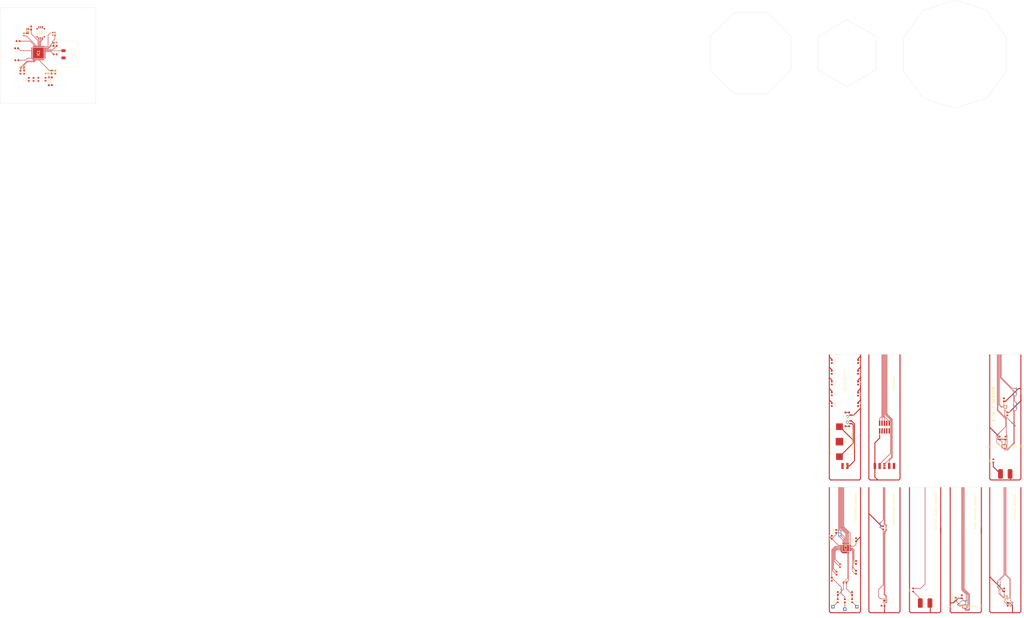
<source format=kicad_pcb>
(kicad_pcb (version 20211014) (generator pcbnew)
  (title_block (title "GDP 13 FPC") (date "2022-11-03") (rev "1.0") (company "University of Southampton"))
  (layers (0 "F.Cu" signal) (31 "B.Cu" signal) (34 "B.Paste" user) (35 "F.Paste" user) (36 "B.SilkS" user "B.Silkscreen") (37 "F.SilkS" user "F.Silkscreen") (38 "B.Mask" user) (39 "F.Mask" user) (44 "Edge.Cuts" user))
  (net 0 "")
  (net 1 "/PC14-OSC32_IN")
  (net 2 "GND")
  (net 3 "/PC15-OSC32_OUT")
  (net 4 "/PB11-NRST")
  (net 5 "VDD")
  (net 6 "/PH3-BOOT0")
  (net 7 "/I2C1_SCL")
  (net 8 "/I2C1_SDA")
  (net 10 "/SPI1_SCK")
  (net 11 "/SPI1_NSS")
  (net 12 "/SPI1_MOSI")
  (net 13 "/SPI1_MISO")
  (net 15 "/RCC_MCO")
  (net 16 "/USART1_TX")
  (net 17 "/COMP1_INP")
  (net 18 "/OSC_OUT")
  (net 19 "/OSC_IN")
  (net 22 "/MODE_B3")
  (net 23 "/MODE_B2")
  (net 24 "/MODE_B1")
  (net 25 "/USART1_RX")
  (net 26 "/HR_INT2")
  (net 27 "/HR_INT1")
  (net 28 "/SYS_JTMS-SWDIO")
  (net 29 "/SYS_JTCK-SWCLK")
  (net 30 "/TEMP_INT")
  (net 31 "/SYS_JTDO-SWO")
  (net 32 "/HANDPOS_INT2")
  (net 33 "/HANDPOS_INT1")
  (net 34 "/CADENCE_INT2")
  (net 35 "/CADENCE_INT1")
  (net 42 "/VDD_PS")
  (net 43 "Net-(J7-Pad1)")
  (net 44 "Net-(L1-Pad2)")
  (net 45 "/VDD_BAT")
  (net 46 "Net-(J5-Pad1)")
  (net 50 "/RF1")
  (net 51 "/ECG_P")
  (net 52 "/ECGN")
  (net 53 "/NRST")
  (net 54 "/CAPP")
  (net 55 "/CAPN")
  (net 56 "/CPPL")
  (net 57 "/VBG")
  (net 58 "/VCM")
  (net 59 "/VREF")
  (net 62 "Net-(J6-Pad1)")
  (net 63 "/VDAA")
  (net 64 "/VLXSMPS")
  (net 65 "/VFBSMPS")
  (footprint "Resistor_SMD:R_0603_1608Metric" (layer "F.Cu") (at 48.208866 68.613572 90)
    (fp_text reference "R3")
    (fp_text value "R")
  )
  (footprint "Gdp_Flexible:QFN50P500X500X80-29N" (layer "F.Cu") (at 479.235 317.5 90)
    (fp_text reference "IC3")
    (fp_text value "MAX30003CTI+" hide)
  )
  (footprint "Gdp_Flexible:FTS-105-YY-XX-DV-TR" (layer "F.Cu") (at 499.745 253.235)
    (fp_text reference "J1")
    (fp_text value "FTS-105-01-F-DV-TR" hide)
  )
  (footprint "Gdp_Flexible:FSR07CE" (layer "F.Cu") (at 521.335 346.71 180)
    (fp_text reference "J4")
    (fp_text value "FSR07CE")
  )
  (footprint "Capacitor_SMD:C_0603_1608Metric" (layer "F.Cu") (at 560.82973 259.08 90)
    (fp_text reference "C29")
    (fp_text value "C")
  )
  (footprint "Resistor_SMD:R_0603_1608Metric" (layer "F.Cu") (at 474.98 345.44 90)
    (fp_text reference "R7")
    (fp_text value "R")
  )
  (footprint "Capacitor_SMD:C_0603_1608Metric" (layer "F.Cu") (at 540.7914 343.3572 90)
    (fp_text reference "C31")
    (fp_text value "C")
  )
  (footprint "Connector_PinHeader_2.54mm:PinHeader_1x01_P2.54mm_Vertical" (layer "F.Cu") (at 485.14 348.615)
    (fp_text reference "J6")
    (fp_text value "Conn_01x01")
  )
  (footprint "Gdp_Flexible:CVS03TB" (layer "F.Cu") (at 52.05 43.835)
    (fp_text reference "S2")
    (fp_text value "CVS-03TB" hide)
  )
  (footprint "Capacitor_SMD:C_0603_1608Metric" (layer "F.Cu") (at 563.245 339.725 90)
    (fp_text reference "C35")
    (fp_text value "C")
  )
  (footprint "Resistor_SMD:R_0603_1608Metric" (layer "F.Cu") (at 499.11 306.705 -90)
    (fp_text reference "R4")
    (fp_text value "R")
  )
  (footprint "Capacitor_SMD:C_0603_1608Metric" (layer "F.Cu") (at 474.1578 308.6232 90)
    (fp_text reference "C28")
    (fp_text value "C")
  )
  (footprint "Capacitor_SMD:C_0603_1608Metric" (layer "F.Cu") (at 40.005 48.263226 180)
    (fp_text reference "C10")
    (fp_text value "C")
  )
  (footprint "Capacitor_SMD:C_0603_1608Metric" (layer "F.Cu") (at 563.160965 238.76 90)
    (fp_text reference "C35")
    (fp_text value "C")
  )
  (footprint "Capacitor_SMD:C_0603_1608Metric" (layer "F.Cu") (at 39.37 58.42 180)
    (fp_text reference "C14")
    (fp_text value "C")
  )
  (footprint "Gdp_Flexible:LSM6DSMTR" (layer "F.Cu") (at 563.380001 263.525 180)
    (fp_text reference "U2")
    (fp_text value "LGA-14L_2P5X3X0P83_STM")
  )
  (footprint "Gdp_Flexible:NX2012SA32768KHZEXS00AMU00530" (layer "F.Cu") (at 42.222942 62.23)
    (fp_text reference "Y2")
    (fp_text value "NX2012SA-32.768KHZ-EXS00A-MU00389" hide)
  )
  (footprint "Resistor_SMD:R_0603_1608Metric" (layer "F.Cu") (at 478.751114 345.477314 -90)
    (fp_text reference "R6")
    (fp_text value "R")
  )
  (footprint "Gdp_Flexible:CUS-12B" (layer "F.Cu") (at 480.06 249.15 -90)
    (fp_text reference "S3")
    (fp_text value "CUS-12TB" hide)
  )
  (footprint "Resistor_SMD:R_0603_1608Metric" (layer "F.Cu") (at 514.985 339.725 90)
    (fp_text reference "R5")
    (fp_text value "R")
  )
  (footprint "Gdp_Flexible:LGA-12" (layer "F.Cu") (at 563.88 242.57 90)
    (fp_text reference "IC4")
    (fp_text value "LIS2DW12TR" hide)
  )
  (footprint "Capacitor_SMD:C_0603_1608Metric" (layer "F.Cu") (at 471.805 241.3 -90)
    (fp_text reference "C6")
    (fp_text value "C")
  )
  (footprint "Capacitor_SMD:C_0603_1608Metric" (layer "F.Cu") (at 498.983 348.107 180)
    (fp_text reference "C22")
    (fp_text value "C")
  )
  (footprint "Capacitor_SMD:C_0603_1608Metric" (layer "F.Cu") (at 59.69 50.8)
    (fp_text reference "C16")
    (fp_text value "C")
  )
  (footprint "Capacitor_SMD:C_0603_1608Metric" (layer "F.Cu") (at 39.23 52.07 180)
    (fp_text reference "C8")
    (fp_text value "C")
  )
  (footprint "Gdp_Flexible:FSR07CE" (layer "F.Cu") (at 563.88 278.13 180)
    (fp_text reference "J4")
    (fp_text value "FSR07CE")
  )
  (footprint "Capacitor_SMD:C_0603_1608Metric" (layer "F.Cu") (at 485.775 241.3 -90)
    (fp_text reference "C20")
    (fp_text value "C")
  )
  (footprint "Capacitor_SMD:C_0603_1608Metric" (layer "F.Cu") (at 471.805 229.87 -90)
    (fp_text reference "C11")
    (fp_text value "C")
  )
  (footprint "Capacitor_SMD:C_0603_1608Metric" (layer "F.Cu") (at 471.805 218.44 -90)
    (fp_text reference "C19")
    (fp_text value "C")
  )
  (footprint "Capacitor_SMD:C_0603_1608Metric" (layer "F.Cu") (at 59.69 49.067)
    (fp_text reference "C18")
    (fp_text value "C")
  )
  (footprint "Capacitor_SMD:C_0603_1608Metric" (layer "F.Cu") (at 485.775 224.155 -90)
    (fp_text reference "C13")
    (fp_text value "C")
  )
  (footprint "Capacitor_SMD:C_0603_1608Metric" (layer "F.Cu") (at 564.955017 246.24 -90)
    (fp_text reference "C33")
    (fp_text value "C")
  )
  (footprint "Gdp_Flexible:SON65P200X200X80-7N" (layer "F.Cu") (at 499.745 345.44 -90)
    (fp_text reference "IC2")
    (fp_text value "TMP117MAIDRVR" hide)
  )
  (footprint "Capacitor_SMD:C_0603_1608Metric" (layer "F.Cu") (at 476.25 326.885 -90)
    (fp_text reference "C32")
    (fp_text value "C")
  )
  (footprint "Gdp_Flexible:BEADC1608X95N" (layer "F.Cu") (at 59.69 64.655 90)
    (fp_text reference "FB1")
    (fp_text value "HZ0603C601R-10" hide)
  )
  (footprint "Capacitor_SMD:C_0603_1608Metric" (layer "F.Cu") (at 471.805 334.01 -90)
    (fp_text reference "C36")
    (fp_text value "C")
  )
  (footprint "Connector_PinHeader_2.54mm:PinHeader_1x01_P2.54mm_Vertical" (layer "F.Cu") (at 478.751114 349.922314)
    (fp_text reference "J7")
    (fp_text value "Conn_01x01")
  )
  (footprint "Capacitor_SMD:C_0603_1608Metric" (layer "F.Cu") (at 41.275 64.77 -90)
    (fp_text reference "C1")
    (fp_text value "C")
  )
  (footprint "Resistor_SMD:R_0603_1608Metric" (layer "F.Cu") (at 557.53 271.145 90)
    (fp_text reference "R5")
    (fp_text value "R")
  )
  (footprint "Gdp_Flexible:TSM-102-YY-ZZZ-SH" (layer "F.Cu") (at 478.79 273.9 180)
    (fp_text reference "J3")
    (fp_text value "TSM-102-01-L-SH" hide)
  )
  (footprint "Capacitor_SMD:C_0603_1608Metric" (layer "F.Cu") (at 471.805 311.785 90)
    (fp_text reference "C30")
    (fp_text value "C")
  )
  (footprint "Gdp_Flexible:KMR2_1" (layer "F.Cu") (at 57.13 69.597765 -90)
    (fp_text reference "S1")
    (fp_text value "KMR231GLFS" hide)
  )
  (footprint "Capacitor_SMD:C_0603_1608Metric" (layer "F.Cu") (at 565.15 347.345 -90)
    (fp_text reference "C33")
    (fp_text value "C")
  )
  (footprint "Connector_PinHeader_2.54mm:PinHeader_1x01_P2.54mm_Vertical" (layer "F.Cu") (at 472.44 348.615)
    (fp_text reference "J5")
    (fp_text value "Conn_01x01")
  )
  (footprint "Resistor_SMD:R_0603_1608Metric" (layer "F.Cu") (at 50.8 68.58 90)
    (fp_text reference "R2")
    (fp_text value "R")
  )
  (footprint "Capacitor_SMD:C_0603_1608Metric" (layer "F.Cu") (at 46.97 41.295 90)
    (fp_text reference "C21")
    (fp_text value "C")
  )
  (footprint "Gdp_Flexible:SODFL1608X70N" (layer "F.Cu") (at 55.225 65.425 180)
    (fp_text reference "D1")
    (fp_text value "BAT54KFILM" hide)
  )
  (footprint "Capacitor_SMD:C_0603_1608Metric" (layer "F.Cu") (at 474.98 341.63 90)
    (fp_text reference "C23")
    (fp_text value "C")
  )
  (footprint "Capacitor_SMD:C_0603_1608Metric" (layer "F.Cu") (at 485.775 218.44 -90)
    (fp_text reference "C17")
    (fp_text value "C")
  )
  (footprint "Gdp_Flexible:INDC2112X140N" (layer "F.Cu") (at 45.065 42.935 90)
    (fp_text reference "L2")
    (fp_text value "74479777310A" hide)
  )
  (footprint "Capacitor_SMD:C_0603_1608Metric" (layer "F.Cu") (at 484.6828 325.107 90)
    (fp_text reference "C27")
    (fp_text value "C")
  )
  (footprint "Gdp_Flexible:TSM-105-YY-ZZZ-SH" (layer "F.Cu") (at 499.745 273.9 180)
    (fp_text reference "J2")
    (fp_text value "TSM-105-01-T-SH" hide)
  )
  (footprint "Gdp_Flexible:S8201-46R" (layer "F.Cu") (at 475.885 260.985 -90)
    (fp_text reference "U1")
    (fp_text value "S8201-46R" hide)
  )
  (footprint "Resistor_SMD:R_0603_1608Metric" (layer "F.Cu") (at 45.72 68.58 90)
    (fp_text reference "R1")
    (fp_text value "R")
  )
  (footprint "Gdp_Flexible:Antenna_Flexible_BLE" (layer "F.Cu") (at 69.215 55.245 -90)
    (fp_text reference "U3")
    (fp_text value "Antenna_Flexible_BLE")
  )
  (footprint "Capacitor_SMD:C_0603_1608Metric" (layer "F.Cu") (at 471.805 235.585 -90)
    (fp_text reference "C7")
    (fp_text value "C")
  )
  (footprint "Capacitor_SMD:C_0603_1608Metric" (layer "F.Cu") (at 54.564609 68.479676 -90)
    (fp_text reference "C3")
    (fp_text value "C")
  )
  (footprint "Capacitor_SMD:C_0603_1608Metric" (layer "F.Cu") (at 43.18 64.77 -90)
    (fp_text reference "C2")
    (fp_text value "C")
  )
  (footprint "Capacitor_SMD:C_0603_1608Metric" (layer "F.Cu") (at 482.6 341.63 90)
    (fp_text reference "C24")
    (fp_text value "C")
  )
  (footprint "Capacitor_SMD:C_0603_1608Metric" (layer "F.Cu") (at 57.790002 64.655003 -90)
    (fp_text reference "C4")
    (fp_text value "C")
  )
  (footprint "Resistor_SMD:R_0603_1608Metric" (layer "F.Cu") (at 482.6 345.44 90)
    (fp_text reference "R8")
    (fp_text value "R")
  )
  (footprint "Gdp_Flexible:LGA-12" (layer "F.Cu") (at 564.074983 343.675 90)
    (fp_text reference "IC4")
    (fp_text value "LIS2DW12TR" hide)
  )
  (footprint "Gdp_Flexible:QFN50P700X700X60-49N-D" (layer "F.Cu") (at 50.8 54.61 90)
    (fp_text reference "IC1")
    (fp_text value "STM32WB15CCU6" hide)
  )
  (footprint "Capacitor_SMD:C_0603_1608Metric" (layer "F.Cu") (at 485.775 235.725 -90)
    (fp_text reference "C5")
    (fp_text value "C")
  )
  (footprint "Gdp_Flexible:LQW18AS10NG0CD" (layer "F.Cu") (at 43.16 44.84 90)
    (fp_text reference "L1")
    (fp_text value "LQW18AN10NG00D" hide)
  )
  (footprint "Capacitor_SMD:C_0603_1608Metric" (layer "F.Cu") (at 564.00473 259.08 90)
    (fp_text reference "C31")
    (fp_text value "C")
  )
  (footprint "Capacitor_SMD:C_0603_1608Metric" (layer "F.Cu") (at 59.67 55.265)
    (fp_text reference "C12")
    (fp_text value "C")
  )
  (footprint "Gdp_Flexible:NX2016SA32MHZEXS00ACS06654" (layer "F.Cu") (at 59.055 44.45 -90)
    (fp_text reference "Y1")
    (fp_text value "NX2016SA-32MHZ-EXS00A-CS06654" hide)
  )
  (footprint "Capacitor_SMD:C_0603_1608Metric" (layer "F.Cu") (at 484.6828 330.327 90)
    (fp_text reference "C26")
    (fp_text value "C")
  )
  (footprint "Capacitor_SMD:C_0603_1608Metric" (layer "F.Cu") (at 474.345 330.835 -90)
    (fp_text reference "C34")
    (fp_text value "C")
  )
  (footprint "Gdp_Flexible:LSM6DSMTR" (layer "F.Cu") (at 542.449401 348.5632 180)
    (fp_text reference "U2")
    (fp_text value "LGA-14L_2P5X3X0P83_STM")
  )
  (footprint "Capacitor_SMD:C_0603_1608Metric" (layer "F.Cu") (at 485.775 229.87 -90)
    (fp_text reference "C9")
    (fp_text value "C")
  )
  (footprint "Capacitor_SMD:C_0603_1608Metric" (layer "F.Cu") (at 471.805 224.155 -90)
    (fp_text reference "C15")
    (fp_text value "C")
  )
  (footprint "Capacitor_SMD:C_0603_1608Metric" (layer "F.Cu") (at 537.5656 344.6272 90)
    (fp_text reference "C29")
    (fp_text value "C")
  )
  (footprint "Capacitor_SMD:C_0603_1608Metric" (layer "F.Cu") (at 484.6828 313.055 90)
    (fp_text reference "C37")
    (fp_text value "C")
  )
  (footprint "Capacitor_SMD:C_0603_1608Metric" (layer "F.Cu") (at 478.79 335.7672)
    (fp_text reference "C25")
    (fp_text value "C")
  )
  (gr_line (start 572.77 285.115) (end 572.77 285.115) (layer "Edge.Cuts") (width 0.1))
  (gr_line (start 487.68 352.425) (end 487.68 285.115) (layer "Edge.Cuts") (width 0.1))
  (gr_line (start 554.99 352.425) (end 572.77 352.425) (layer "Edge.Cuts") (width 0.1))
  (gr_line (start 469.9 352.425) (end 487.68 352.425) (layer "Edge.Cuts") (width 0.1))
  (gr_line (start 81.28 81.28) (end 30.48 81.28) (layer "Edge.Cuts") (width 0.1))
  (gr_line (start 537.154394 26.476355) (end 520.244609 31.970678) (layer "Edge.Cuts") (width 0.1))
  (gr_line (start 487.68 285.115) (end 487.68 285.115) (layer "Edge.Cuts") (width 0.1))
  (gr_line (start 554.99 281.94) (end 572.77 281.94) (layer "Edge.Cuts") (width 0.1))
  (gr_line (start 509.793788 46.355) (end 509.793787 64.135) (layer "Edge.Cuts") (width 0.1))
  (gr_line (start 30.48 81.28) (end 30.48 30.48) (layer "Edge.Cuts") (width 0.1))
  (gr_line (start 30.48 30.48) (end 74.93 30.48) (layer "Edge.Cuts") (width 0.1))
  (gr_line (start 520.244609 78.519322) (end 537.154394 84.013645) (layer "Edge.Cuts") (width 0.1))
  (gr_line (start 490.855 352.425) (end 508.635 352.425) (layer "Edge.Cuts") (width 0.1))
  (gr_line (start 450.215 63.5) (end 437.642641 76.072358) (layer "Edge.Cuts") (width 0.1))
  (gr_line (start 508.635 281.94) (end 508.635 214.63) (layer "Edge.Cuts") (width 0.1))
  (gr_line (start 509.793787 64.135) (end 520.244609 78.519322) (layer "Edge.Cuts") (width 0.1))
  (gr_line (start 572.77 352.425) (end 572.77 285.115) (layer "Edge.Cuts") (width 0.1))
  (gr_line (start 554.064179 31.970678) (end 537.154394 26.476355) (layer "Edge.Cuts") (width 0.1))
  (gr_line (start 479.90207 36.829999) (end 495.300001 45.72) (layer "Edge.Cuts") (width 0.1))
  (gr_line (start 534.035 352.425) (end 551.815 352.425) (layer "Edge.Cuts") (width 0.1))
  (gr_line (start 487.68 285.115) (end 469.9 285.115) (layer "Edge.Cuts") (width 0.1))
  (gr_line (start 490.855 281.94) (end 508.635 281.94) (layer "Edge.Cuts") (width 0.1))
  (gr_line (start 508.635 214.63) (end 508.635 214.63) (layer "Edge.Cuts") (width 0.1))
  (gr_line (start 572.77 214.63) (end 554.99 214.63) (layer "Edge.Cuts") (width 0.1))
  (gr_line (start 551.815 285.115) (end 534.035 285.115) (layer "Edge.Cuts") (width 0.1))
  (gr_line (start 572.77 281.94) (end 572.77 281.94) (layer "Edge.Cuts") (width 0.1))
  (gr_line (start 551.815 352.425) (end 551.815 285.115) (layer "Edge.Cuts") (width 0.1))
  (gr_line (start 508.635 285.115) (end 508.635 285.115) (layer "Edge.Cuts") (width 0.1))
  (gr_line (start 487.68 214.63) (end 487.68 214.63) (layer "Edge.Cuts") (width 0.1))
  (gr_line (start 437.642643 33.147641) (end 419.862643 33.14764) (layer "Edge.Cuts") (width 0.1))
  (gr_line (start 464.504137 63.499998) (end 479.902068 72.389999) (layer "Edge.Cuts") (width 0.1))
  (gr_line (start 551.815 352.425) (end 551.815 352.425) (layer "Edge.Cuts") (width 0.1))
  (gr_line (start 572.77 285.115) (end 554.99 285.115) (layer "Edge.Cuts") (width 0.1))
  (gr_line (start 564.515001 46.355) (end 554.064179 31.970678) (layer "Edge.Cuts") (width 0.1))
  (gr_line (start 490.855 214.63) (end 490.855 281.94) (layer "Edge.Cuts") (width 0.1))
  (gr_line (start 450.215001 45.72) (end 437.642643 33.147641) (layer "Edge.Cuts") (width 0.1))
  (gr_line (start 450.215001 45.72) (end 450.215 63.5) (layer "Edge.Cuts") (width 0.1))
  (gr_line (start 520.244609 31.970678) (end 509.793788 46.355) (layer "Edge.Cuts") (width 0.1))
  (gr_line (start 419.862641 76.072357) (end 437.642641 76.072358) (layer "Edge.Cuts") (width 0.1))
  (gr_line (start 486.371114 281.977314) (end 486.371114 281.977314) (layer "Edge.Cuts") (width 0.1))
  (gr_line (start 487.68 214.63) (end 469.9 214.63) (layer "Edge.Cuts") (width 0.1))
  (gr_line (start 490.855 285.115) (end 490.855 352.425) (layer "Edge.Cuts") (width 0.1))
  (gr_line (start 554.99 285.115) (end 554.99 352.425) (layer "Edge.Cuts") (width 0.1))
  (gr_line (start 479.90207 36.829999) (end 464.504138 45.719998) (layer "Edge.Cuts") (width 0.1))
  (gr_line (start 74.93 30.48) (end 81.28 30.48) (layer "Edge.Cuts") (width 0.1))
  (gr_line (start 572.77 281.94) (end 572.77 214.63) (layer "Edge.Cuts") (width 0.1))
  (gr_line (start 407.290284 45.719998) (end 407.290283 63.499998) (layer "Edge.Cuts") (width 0.1))
  (gr_line (start 508.635 352.425) (end 508.635 285.115) (layer "Edge.Cuts") (width 0.1))
  (gr_line (start 572.77 214.63) (end 572.77 214.63) (layer "Edge.Cuts") (width 0.1))
  (gr_line (start 554.99 214.63) (end 554.99 281.94) (layer "Edge.Cuts") (width 0.1))
  (gr_line (start 564.515 64.135) (end 554.064179 78.519322) (layer "Edge.Cuts") (width 0.1))
  (gr_line (start 551.815 285.115) (end 551.815 285.115) (layer "Edge.Cuts") (width 0.1))
  (gr_line (start 507.326114 281.977314) (end 507.326114 281.977314) (layer "Edge.Cuts") (width 0.1))
  (gr_line (start 469.9 285.115) (end 469.9 352.425) (layer "Edge.Cuts") (width 0.1))
  (gr_line (start 487.68 281.94) (end 487.68 214.63) (layer "Edge.Cuts") (width 0.1))
  (gr_line (start 495.300001 45.72) (end 495.3 63.5) (layer "Edge.Cuts") (width 0.1))
  (gr_line (start 419.862641 76.072357) (end 407.290283 63.499998) (layer "Edge.Cuts") (width 0.1))
  (gr_line (start 469.9 281.94) (end 487.68 281.94) (layer "Edge.Cuts") (width 0.1))
  (gr_line (start 530.225 285.115) (end 530.225 285.115) (layer "Edge.Cuts") (width 0.1))
  (gr_line (start 530.225 352.425) (end 530.225 285.115) (layer "Edge.Cuts") (width 0.1))
  (gr_line (start 508.635 285.115) (end 490.855 285.115) (layer "Edge.Cuts") (width 0.1))
  (gr_line (start 530.225 352.425) (end 530.225 352.425) (layer "Edge.Cuts") (width 0.1))
  (gr_line (start 486.371114 352.462314) (end 486.371114 352.462314) (layer "Edge.Cuts") (width 0.1))
  (gr_line (start 534.035 285.115) (end 534.035 352.425) (layer "Edge.Cuts") (width 0.1))
  (gr_line (start 564.515001 46.355) (end 564.515 64.135) (layer "Edge.Cuts") (width 0.1))
  (gr_line (start 530.225 285.115) (end 512.445 285.115) (layer "Edge.Cuts") (width 0.1))
  (gr_line (start 537.154394 84.013645) (end 554.064179 78.519322) (layer "Edge.Cuts") (width 0.1))
  (gr_line (start 508.635 214.63) (end 490.855 214.63) (layer "Edge.Cuts") (width 0.1))
  (gr_line (start 572.77 352.425) (end 572.77 352.425) (layer "Edge.Cuts") (width 0.1))
  (gr_line (start 464.504138 45.719998) (end 464.504137 63.499998) (layer "Edge.Cuts") (width 0.1))
  (gr_line (start 495.3 63.5) (end 479.902068 72.389999) (layer "Edge.Cuts") (width 0.1))
  (gr_line (start 469.9 214.63) (end 469.9 281.94) (layer "Edge.Cuts") (width 0.1))
  (gr_line (start 507.326114 352.462314) (end 507.326114 352.462314) (layer "Edge.Cuts") (width 0.1))
  (gr_line (start 512.445 352.425) (end 530.225 352.425) (layer "Edge.Cuts") (width 0.1))
  (gr_line (start 512.445 285.115) (end 512.445 352.425) (layer "Edge.Cuts") (width 0.1))
  (gr_line (start 419.862643 33.14764) (end 407.290284 45.719998) (layer "Edge.Cuts") (width 0.1))
  (gr_line (start 81.28 30.48) (end 81.28 81.28) (layer "Edge.Cuts") (width 0.1))
  (gr_text "TEMPERATURE SENSOR\n" (at 504.825 297.18 90) (layer "F.SilkS") (effects (font (size 1 1))))
  (gr_text "3-IN-1 SENSOR\n" (at 557.7 241.17 90) (layer "F.SilkS") (effects (font (size 1.5 1.5) (thickness 0.3))))
  (gr_text "OUT-OF-SADDLE SENSOR\n" (at 527.05 297.815 90) (layer "F.SilkS") (effects (font (size 1 1))))
  (gr_text "POWER SUPPLY\n" (at 478.79 228.6 90) (layer "F.SilkS") (effects (font (size 1 1))))
  (gr_text "CADENCE SENSOR\n" (at 568.96 295.91 90) (layer "F.SilkS") (effects (font (size 1 1))))
  (gr_text "HEARTRATE SENSOR\n" (at 484.505 295.91 90) (layer "F.SilkS") (effects (font (size 1 1))))
  (gr_text "DEBUGGER\n" (at 504.825 229.87 90) (layer "F.SilkS") (effects (font (size 1 1))))
  (gr_text "HAND POSITION SENSOR" (at 548.005 298.45 90) (layer "F.SilkS") (effects (font (size 1 1))))
  (segment (start 41.472942 63.797058) (end 41.275 63.995) (width 0.254) (layer "F.Cu") (net 1))
  (segment (start 48.55 58.6126) (end 48.55 58.06) (width 0.254) (layer "F.Cu") (net 1))
  (segment (start 41.472942 62.105) (end 44.765942 58.812) (width 0.254) (layer "F.Cu") (net 1))
  (segment (start 41.472942 62.23) (end 41.472942 62.105) (width 0.254) (layer "F.Cu") (net 1))
  (segment (start 44.765942 58.812) (end 48.3506 58.812) (width 0.254) (layer "F.Cu") (net 1))
  (segment (start 41.472942 62.23) (end 41.472942 63.797058) (width 0.254) (layer "F.Cu") (net 1))
  (segment (start 41.656 62.413058) (end 41.472942 62.23) (width 0.254) (layer "F.Cu") (net 1))
  (segment (start 48.3506 58.812) (end 48.55 58.6126) (width 0.254) (layer "F.Cu") (net 1))
  (segment (start 472.265726 329.530726) (end 474.345 331.61) (width 0.254) (layer "F.Cu") (net 2))
  (segment (start 563.380001 262.5687) (end 562.880002 262.5687) (width 0.245) (layer "F.Cu") (net 2))
  (segment (start 472.265726 318.570326) (end 472.265726 329.530726) (width 0.254) (layer "F.Cu") (net 2))
  (segment (start 473.836052 317) (end 472.265726 318.570326) (width 0.254) (layer "F.Cu") (net 2))
  (segment (start 476.8982 319.104) (end 476.885 319.104) (width 0.508) (layer "F.Cu") (net 2))
  (segment (start 564.824983 342.875) (end 564.824983 343.425) (width 0.2) (layer "F.Cu") (net 2))
  (segment (start 564.13 241.77) (end 564.63 241.77) (width 0.2) (layer "F.Cu") (net 2))
  (segment (start 476.885 318) (end 474.120156 318) (width 0.245) (layer "F.Cu") (net 2))
  (segment (start 521.3096 336.6008) (end 521.3096 285.242) (width 0.254) (layer "F.Cu") (net 2))
  (segment (start 477.4194 319.85) (end 476.8982 319.3288) (width 0.508) (layer "F.Cu") (net 2))
  (segment (start 564.63 241.77) (end 564.63 242.32) (width 0.2) (layer "F.Cu") (net 2))
  (segment (start 543.659701 348.3132) (end 543.659701 348.8132) (width 0.245) (layer "F.Cu") (net 2))
  (segment (start 473.173726 318.94643) (end 473.173726 324.583726) (width 0.254) (layer "F.Cu") (net 2))
  (segment (start 476.885 317) (end 473.836052 317) (width 0.245) (layer "F.Cu") (net 2))
  (segment (start 542.449401 347.6069) (end 541.949402 347.6069) (width 0.245) (layer "F.Cu") (net 2))
  (segment (start 479.01 245.5) (end 481.11 245.5) (width 0.508) (layer "F.Cu") (net 2))
  (segment (start 474.120156 318) (end 473.173726 318.94643) (width 0.254) (layer "F.Cu") (net 2))
  (segment (start 564.590301 263.275) (end 564.590301 263.775) (width 0.245) (layer "F.Cu") (net 2))
  (segment (start 564.324983 342.875) (end 564.824983 342.875) (width 0.2) (layer "F.Cu") (net 2))
  (segment (start 58.405 52.86) (end 60.465 50.8) (width 0.254) (layer "F.Cu") (net 2))
  (segment (start 479.235 319.85) (end 479.547639 319.85) (width 0.508) (layer "F.Cu") (net 2))
  (segment (start 479.01 252.8) (end 481.11 252.8) (width 0.508) (layer "F.Cu") (net 2))
  (segment (start 514.985 338.9) (end 519.0104 338.9) (width 0.254) (layer "F.Cu") (net 2))
  (segment (start 54.25 52.86) (end 58.405 52.86) (width 0.254) (layer "F.Cu") (net 2))
  (segment (start 476.8982 319.3288) (end 476.8982 319.104) (width 0.508) (layer "F.Cu") (net 2))
  (segment (start 477.735 319.85) (end 477.4194 319.85) (width 0.508) (layer "F.Cu") (net 2))
  (segment (start 477.735 319.85) (end 479.235 319.85) (width 0.508) (layer "F.Cu") (net 2))
  (segment (start 473.173726 324.583726) (end 476.25 327.66) (width 0.254) (layer "F.Cu") (net 2))
  (segment (start 519.0104 338.9) (end 521.3096 336.6008) (width 0.254) (layer "F.Cu") (net 2))
  (segment (start 43.18 62.437058) (end 42.972942 62.23) (width 0.254) (layer "F.Cu") (net 3))
  (segment (start 42.972942 61.247052) (end 44.947197 59.272797) (width 0.254) (layer "F.Cu") (net 3))
  (segment (start 44.947197 59.272797) (end 48.550203 59.272797) (width 0.254) (layer "F.Cu") (net 3))
  (segment (start 49.05 58.773) (end 49.05 58.06) (width 0.254) (layer "F.Cu") (net 3))
  (segment (start 43.18 63.995) (end 43.18 62.437058) (width 0.254) (layer "F.Cu") (net 3))
  (segment (start 48.550203 59.272797) (end 49.05 58.773) (width 0.254) (layer "F.Cu") (net 3))
  (segment (start 42.972942 62.23) (end 42.972942 61.247052) (width 0.254) (layer "F.Cu") (net 3))
  (segment (start 54.5 67.640067) (end 54.564609 67.704676) (width 0.254) (layer "F.Cu") (net 4))
  (segment (start 572.135 214.884) (end 572.135 232.791) (width 0.508) (layer "F.Cu") (net 5))
  (segment (start 570.8396 232.791) (end 564.1086 239.522) (width 0.508) (layer "F.Cu") (net 5))
  (segment (start 555.625 215.265) (end 555.625 214.884) (width 0.508) (layer "F.Cu") (net 5))
  (segment (start 537.0133 345.9545) (end 537.5656 345.4022) (width 0.508) (layer "F.Cu") (net 5))
  (segment (start 471.805 234.81) (end 471.805 234.1372) (width 0.508) (layer "F.Cu") (net 5))
  (segment (start 475.245 316) (end 471.805 312.56) (width 0.254) (layer "F.Cu") (net 5))
  (segment (start 471.805 228.2444) (end 470.535 226.9744) (width 0.508) (layer "F.Cu") (net 5))
  (segment (start 478.736262 314.481062) (end 478.736262 311.857578) (width 0.254) (layer "F.Cu") (net 5))
  (segment (start 44.875 57.36) (end 47.35 57.36) (width 0.245) (layer "F.Cu") (net 5))
  (segment (start 49.05 51.16) (end 48.55 51.16) (width 0.254) (layer "F.Cu") (net 5))
  (segment (start 562.169701 262.774999) (end 562.169701 261.194971) (width 0.245) (layer "F.Cu") (net 5))
  (segment (start 481.6125 316.5275) (end 483.5217 316.5275) (width 0.245) (layer "F.Cu") (net 5))
  (segment (start 566.595 278.305) (end 566.42 278.13) (width 0.508) (layer "F.Cu") (net 5))
  (segment (start 470.535 311.29) (end 471.805 312.56) (width 0.508) (layer "F.Cu") (net 5))
  (segment (start 57.531 50.8) (end 58.915 50.8) (width 0.254) (layer "F.Cu") (net 5))
  (segment (start 559.90073 257.64073) (end 559.90073 259.715) (width 0.508) (layer "F.Cu") (net 5))
  (segment (start 508 214.884) (end 508 280.67) (width 0.508) (layer "F.Cu") (net 5))
  (segment (start 487.045 285.369) (end 487.045 311.6834) (width 0.508) (layer "F.Cu") (net 5))
  (segment (start 563.824983 342.875) (end 563.324983 342.875) (width 0.2) (layer "F.Cu") (net 5))
  (segment (start 48.55 51.16) (end 48.55 50.431) (width 0.254) (layer "F.Cu") (net 5))
  (segment (start 496.189 281.305) (end 492.125 281.305) (width 0.508) (layer "F.Cu") (net 5))
  (segment (start 562.316 339.431) (end 562.316 340.36) (width 0.508) (layer "F.Cu") (net 5))
  (segment (start 470.535 311.2262) (end 470.535 311.29) (width 0.508) (layer "F.Cu") (net 5))
  (segment (start 529.59 306.8066) (end 529.59 351.155) (width 0.508) (layer "F.Cu") (net 5))
  (segment (start 57.49 53.86) (end 58.895 55.265) (width 0.254) (layer "F.Cu") (net 5))
  (segment (start 485.775 222.6818) (end 487.045 221.4118) (width 0.508) (layer "F.Cu") (net 5))
  (segment (start 471.805 223.38) (end 471.805 222.758) (width 0.508) (layer "F.Cu") (net 5))
  (segment (start 43.815 58.42) (end 44.875 57.36) (width 0.245) (layer "F.Cu") (net 5))
  (segment (start 470.535 311.2262) (end 470.535 285.369) (width 0.508) (layer "F.Cu") (net 5))
  (segment (start 492.125 351.79) (end 491.49 351.155) (width 0.508) (layer "F.Cu") (net 5))
  (segment (start 539.976599 347.813199) (end 537.5656 345.4022) (width 0.245) (layer "F.Cu") (net 5))
  (segment (start 563.63 244.139983) (end 564.955017 245.465) (width 0.2) (layer "F.Cu") (net 5))
  (segment (start 564.1086 239.522) (end 563.173965 239.522) (width 0.508) (layer "F.Cu") (net 5))
  (segment (start 471.805 234.1372) (end 470.535 232.8672) (width 0.508) (layer "F.Cu") (net 5))
  (segment (start 486.41 351.79) (end 471.17 351.79) (width 0.508) (layer "F.Cu") (net 5))
  (segment (start 563.324983 342.875) (end 563.324983 340.579983) (width 0.2) (layer "F.Cu") (net 5))
  (segment (start 470.535 221.488) (end 470.535 215.9254) (width 0.508) (layer "F.Cu") (net 5))
  (segment (start 485.775 234.95) (end 485.775 233.9848) (width 0.508) (layer "F.Cu") (net 5))
  (segment (start 562.316 340.36) (end 563.105 340.36) (width 0.508) (layer "F.Cu") (net 5))
  (segment (start 478.7378 314.4826) (end 478.736262 314.481062) (width 0.254) (layer "F.Cu") (net 5))
  (segment (start 563.88 262.5687) (end 563.88 259.97973) (width 0.245) (layer "F.Cu") (net 5))
  (segment (start 566.42 346.71) (end 565.29 346.71) (width 0.508) (layer "F.Cu") (net 5))
  (segment (start 499.745 346.49) (end 499.745 348.094) (width 0.254) (layer "F.Cu") (net 5))
  (segment (start 563.824983 344.475) (end 563.824983 345.244983) (width 0.2) (layer "F.Cu") (net 5))
  (segment (start 483.4262 246.9) (end 487.045 243.2812) (width 0.508) (layer "F.Cu") (net 5))
  (segment (start 567.69 347.98) (end 566.42 346.71) (width 0.508) (layer "F.Cu") (net 5))
  (segment (start 534.67 346.5322) (end 536.4356 346.5322) (width 0.508) (layer "F.Cu") (net 5))
  (segment (start 485.775 240.525) (end 485.775 240.0808) (width 0.508) (layer "F.Cu") (net 5))
  (segment (start 491.49 299.16) (end 498.21 305.88) (width 0.508) (layer "F.Cu") (net 5))
  (segment (start 471.805 240.157) (end 470.535 238.887) (width 0.508) (layer "F.Cu") (net 5))
  (segment (start 476.276884 309.3982) (end 474.1578 309.3982) (width 0.254) (layer "F.Cu") (net 5))
  (segment (start 485.775 240.0808) (end 487.045 238.8108) (width 0.508) (layer "F.Cu") (net 5))
  (segment (start 55.971 52.36) (end 57.531 50.8) (width 0.254) (layer "F.Cu") (net 5))
  (segment (start 534.67 285.75) (end 534.67 285.369) (width 0.508) (layer "F.Cu") (net 5))
  (segment (start 555.625 351.155) (end 555.625 332.74) (width 0.508) (layer "F.Cu") (net 5))
  (segment (start 563.13 241.77) (end 563.13 239.565965) (width 0.2) (layer "F.Cu") (net 5))
  (segment (start 541.239101 347.813199) (end 539.976599 347.813199) (width 0.245) (layer "F.Cu") (net 5))
  (segment (start 471.17 351.79) (end 470.535 351.155) (width 0.508) (layer "F.Cu") (net 5))
  (segment (start 542.9494 346.2902) (end 540.7914 344.1322) (width 0.245) (layer "F.Cu") (net 5))
  (segment (start 563.324983 340.579983) (end 563.245 340.5) (width 0.2) (layer "F.Cu") (net 5))
  (segment (start 572.135 232.791) (end 572.135 236.3216) (width 0.508) (layer "F.Cu") (net 5))
  (segment (start 551.18 303.276) (end 551.18 306.8066) (width 0.508) (layer "F.Cu") (net 5))
  (segment (start 470.535 238.887) (end 470.535 232.8672) (width 0.508) (layer "F.Cu") (net 5))
  (segment (start 492.125 281.305) (end 491.49 280.67) (width 0.508) (layer "F.Cu") (net 5))
  (segment (start 487.045 221.4118) (end 487.045 226.9998) (width 0.508) (layer "F.Cu") (net 5))
  (segment (start 471.805 240.525) (end 471.805 240.157) (width 0.508) (layer "F.Cu") (net 5))
  (segment (start 563.88 259.97973) (end 564.00473 259.855) (width 0.245) (layer "F.Cu") (net 5))
  (segment (start 481.585 316.5) (end 481.6125 316.5275) (width 0.245) (layer "F.Cu") (net 5))
  (segment (start 485.775 233.9848) (end 487.045 232.7148) (width 0.508) (layer "F.Cu") (net 5))
  (segment (start 485.775 228.2698) (end 487.045 226.9998) (width 0.508) (layer "F.Cu") (net 5))
  (segment (start 571.5 281.305) (end 566.595 281.305) (width 0.508) (layer "F.Cu") (net 5))
  (segment (start 534.67 323.85) (end 534.67 285.75) (width 0.508) (layer "F.Cu") (net 5))
  (segment (start 572.135 351.155) (end 571.5 351.79) (width 0.508) (layer "F.Cu") (net 5))
  (segment (start 507.365 351.79) (end 499.745 351.79) (width 0.508) (layer "F.Cu") (net 5))
  (segment (start 572.135 232.791) (end 570.8396 232.791) (width 0.508) (layer "F.Cu") (net 5))
  (segment (start 47.35 57.36) (end 48.05 58.06) (width 0.245) (layer "F.Cu") (net 5))
  (segment (start 471.805 217.665) (end 471.805 217.1954) (width 0.508) (layer "F.Cu") (net 5))
  (segment (start 41.295 53.36) (end 40.005 52.07) (width 0.245) (layer "F.Cu") (net 5))
  (segment (start 470.535 215.9254) (end 470.535 214.884) (width 0.508) (layer "F.Cu") (net 5))
  (segment (start 551.18 351.155) (end 550.545 351.79) (width 0.508) (layer "F.Cu") (net 5))
  (segment (start 507.365 281.305) (end 496.189 281.305) (width 0.508) (layer "F.Cu") (net 5))
  (segment (start 487.045 214.884) (end 487.045 215.5952) (width 0.508) (layer "F.Cu") (net 5))
  (segment (start 555.625 253.365) (end 555.625 215.265) (width 0.508) (layer "F.Cu") (net 5))
  (segment (start 529.59 306.8066) (end 529.59 309.7022) (width 0.508) (layer "F.Cu") (net 5))
  (segment (start 487.045 232.7148) (end 487.045 238.8108) (width 0.508) (layer "F.Cu") (net 5))
  (segment (start 538.8356 344.1446) (end 540.779 344.1446) (width 0.508) (layer "F.Cu") (net 5))
  (segment (start 564.979817 245.4402) (end 564.955017 245.465) (width 0.508) (layer "F.Cu") (net 5))
  (segment (start 485.775 217.665) (end 485.775 216.8652) (width 0.508) (layer "F.Cu") (net 5))
  (segment (start 494.665 273.9) (end 494.665 261.62) (width 0.508) (layer "F.Cu") (net 5))
  (segment (start 536.4356 346.5322) (end 537.0133 345.9545) (width 0.508) (layer "F.Cu") (net 5))
  (segment (start 572.135 280.67) (end 571.5 281.305) (width 0.508) (layer "F.Cu") (net 5))
  (segment (start 494.665 279.781) (end 496.189 281.305) (width 0.508) (layer "F.Cu") (net 5))
  (segment (start 487.045 226.9998) (end 487.045 232.7148) (width 0.508) (layer "F.Cu") (net 5))
  (segment (start 485.775 223.38) (end 485.775 222.6818) (width 0.508) (layer "F.Cu") (net 5))
  (segment (start 486.8294 311.6834) (end 484.6828 313.83) (width 0.508) (layer "F.Cu") (net 5))
  (segment (start 563.86473 259.715) (end 564.00473 259.855) (width 0.508) (layer "F.Cu") (net 5))
  (segment (start 494.665 261.62) (end 497.205 259.08) (width 0.508) (layer "F.Cu") (net 5))
  (segment (start 499.745 351.79) (end 499.745 348.12) (width 0.508) (layer "F.Cu") (net 5))
  (segment (start 470.535 226.9744) (end 470.535 221.488) (width 0.508) (layer "F.Cu") (net 5))
  (segment (start 513.715 351.79) (end 513.08 351.155) (width 0.508) (layer "F.Cu") (net 5))
  (segment (start 563.824983 345.244983) (end 565.15 346.57) (width 0.2) (layer "F.Cu") (net 5))
  (segment (start 540.779 344.1446) (end 540.7914 344.1322) (width 0.508) (layer "F.Cu") (net 5))
  (segment (start 572.135 236.3216) (end 572.135 280.67) (width 0.508) (layer "F.Cu") (net 5))
  (segment (start 498.21 305.88) (end 499.11 305.88) (width 0.508) (layer "F.Cu") (net 5))
  (segment (start 471.805 312.56) (end 474.1578 310.2072) (width 0.254) (layer "F.Cu") (net 5))
  (segment (start 562.169701 261.194971) (end 560.82973 259.855) (width 0.245) (layer "F.Cu") (net 5))
  (segment (start 487.045 311.6834) (end 486.8294 311.6834) (width 0.508) (layer "F.Cu") (net 5))
  (segment (start 46.382226 48.263226) (end 40.78 48.263226) (width 0.254) (layer "F.Cu") (net 5))
  (segment (start 524.1 351.79) (end 513.715 351.79) (width 0.508) (layer "F.Cu") (net 5))
  (segment (start 487.045 351.155) (end 486.41 351.79) (width 0.508) (layer "F.Cu") (net 5))
  (segment (start 484.6828 315.3664) (end 484.6828 313.83) (width 0.245) (layer "F.Cu") (net 5))
  (segment (start 48.55 50.431) (end 46.382226 48.263226) (width 0.254) (layer "F.Cu") (net 5))
  (segment (start 572.135 239.2172) (end 565.912 245.4402) (width 0.508) (layer "F.Cu") (net 5))
  (segment (start 471.805 229.095) (end 471.805 228.2444) (width 0.508) (layer "F.Cu") (net 5))
  (segment (start 487.045 280.67) (end 486.41 281.305) (width 0.508) (layer "F.Cu") (net 5))
  (segment (start 487.045 215.5952) (end 487.045 221.4118) (width 0.508) (layer "F.Cu") (net 5))
  (segment (start 572.135 236.3216) (end 572.135 239.2172) (width 0.508) (layer "F.Cu") (net 5))
  (segment (start 54.25 53.86) (end 57.49 53.86) (width 0.254) (layer "F.Cu") (net 5))
  (segment (start 524.1 346.935) (end 523.875 346.71) (width 0.508) (layer "F.Cu") (net 5))
  (segment (start 563.173965 239.522) (end 563.160965 239.535) (width 0.508) (layer "F.Cu") (net 5))
  (segment (start 529.59 285.369) (end 529.59 303.276) (width 0.508) (layer "F.Cu") (net 5))
  (segment (start 470.535 232.8672) (end 470.535 226.9744) (width 0.508) (layer "F.Cu") (net 5))
  (segment (start 470.535 351.155) (end 470.535 311.2262) (width 0.508) (layer "F.Cu") (net 5))
  (segment (start 491.49 351.155) (end 491.49 302.26) (width 0.508) (layer "F.Cu") (net 5))
  (segment (start 529.59 351.155) (end 528.955 351.79) (width 0.508) (layer "F.Cu") (net 5))
  (segment (start 491.49 280.67) (end 491.49 214.884) (width 0.508) (layer "F.Cu") (net 5))
  (segment (start 528.955 351.79) (end 524.1 351.79) (width 0.508) (layer "F.Cu") (net 5))
  (segment (start 529.59 303.276) (end 529.59 306.8066) (width 0.508) (layer "F.Cu") (net 5))
  (segment (start 58.915 50.8) (end 58.915 49.067) (width 0.254) (layer "F.Cu") (net 5))
  (segment (start 563.105 340.36) (end 563.245 340.5) (width 0.508) (layer "F.Cu") (net 5))
  (segment (start 556.26 281.305) (end 555.625 280.67) (width 0.508) (layer "F.Cu") (net 5))
  (segment (start 559.90073 259.715) (end 560.68973 259.715) (width 0.508) (layer "F.Cu") (net 5))
  (segment (start 513.08 323.85) (end 513.08 285.75) (width 0.508) (layer "F.Cu") (net 5))
  (segment (start 524.1 351.79) (end 524.1 346.935) (width 0.508) (layer "F.Cu") (net 5))
  (segment (start 534.67 351.155) (end 534.67 346.5322) (width 0.508) (layer "F.Cu") (net 5))
  (segment (start 535.305 351.79) (end 534.67 351.155) (width 0.508) (layer "F.Cu") (net 5))
  (segment (start 470.535 280.67) (end 470.535 238.887) (width 0.508) (layer "F.Cu") (net 5))
  (segment (start 478.736262 311.857578) (end 476.276884 309.3982) (width 0.254) (layer "F.Cu") (net 5))
  (segment (start 483.5217 316.5275) (end 484.6828 315.3664) (width 0.245) (layer "F.Cu") (net 5))
  (segment (start 563.63 241.77) (end 563.13 241.77) (width 0.2) (layer "F.Cu") (net 5))
  (segment (start 485.775 216.8652) (end 487.045 215.5952) (width 0.508) (layer "F.Cu") (net 5))
  (segment (start 487.045 311.6834) (end 487.045 351.155) (width 0.508) (layer "F.Cu") (net 5))
  (segment (start 474.1578 310.2072) (end 474.1578 309.3982) (width 0.254) (layer "F.Cu") (net 5))
  (segment (start 471.17 281.305) (end 470.535 280.67) (width 0.508) (layer "F.Cu") (net 5))
  (segment (start 471.805 217.1954) (end 470.535 215.9254) (width 0.508) (layer "F.Cu") (net 5))
  (segment (start 486.41 281.305) (end 471.17 281.305) (width 0.508) (layer "F.Cu") (net 5))
  (segment (start 471.805 222.758) (end 470.535 221.488) (width 0.508) (layer "F.Cu") (net 5))
  (segment (start 499.745 348.094) (end 499.758 348.107) (width 0.254) (layer "F.Cu") (net 5))
  (segment (start 513.08 285.75) (end 513.08 285.369) (width 0.508) (layer "F.Cu") (net 5))
  (segment (start 563.13 239.565965) (end 563.160965 239.535) (width 0.2) (layer "F.Cu") (net 5))
  (segment (start 487.045 243.2812) (end 487.045 280.67) (width 0.508) (layer "F.Cu") (net 5))
  (segment (start 559.90073 259.715) (end 563.86473 259.715) (width 0.508) (layer "F.Cu") (net 5))
  (segment (start 566.595 281.305) (end 556.26 281.305) (width 0.508) (layer "F.Cu") (net 5))
  (segment (start 542.9494 347.6069) (end 542.9494 346.2902) (width 0.245) (layer "F.Cu") (net 5))
  (segment (start 499.745 348.12) (end 499.758 348.107) (width 0.508) (layer "F.Cu") (net 5))
  (segment (start 534.67 346.5322) (end 534.67 323.85) (width 0.508) (layer "F.Cu") (net 5))
  (segment (start 565.29 346.71) (end 565.15 346.57) (width 0.508) (layer "F.Cu") (net 5))
  (segment (start 551.18 285.369) (end 551.18 303.276) (width 0.508) (layer "F.Cu") (net 5))
  (segment (start 556.26 351.79) (end 555.625 351.155) (width 0.508) (layer "F.Cu") (net 5))
  (segment (start 537.0257 345.9545) (end 538.8356 344.1446) (width 0.508) (layer "F.Cu") (net 5))
  (segment (start 567.69 351.79) (end 567.69 347.98) (width 0.508) (layer "F.Cu") (net 5))
  (segment (start 571.5 351.79) (end 567.69 351.79) (width 0.508) (layer "F.Cu") (net 5))
  (segment (start 499.745 351.79) (end 492.125 351.79) (width 0.508) (layer "F.Cu") (net 5))
  (segment (start 40.145 58.42) (end 43.815 58.42) (width 0.245) (layer "F.Cu") (net 5))
  (segment (start 491.49 302.26) (end 491.49 299.16) (width 0.508) (layer "F.Cu") (net 5))
  (segment (start 555.625 332.74) (end 562.316 339.431) (width 0.508) (layer "F.Cu") (net 5))
  (segment (start 572.135 285.369) (end 572.135 351.155) (width 0.508) (layer "F.Cu") (net 5))
  (segment (start 481.81 246.9) (end 483.4262 246.9) (width 0.508) (layer "F.Cu") (net 5))
  (segment (start 551.18 306.8066) (end 551.18 309.7022) (width 0.508) (layer "F.Cu") (net 5))
  (segment (start 487.045 238.8108) (end 487.045 243.2812) (width 0.508) (layer "F.Cu") (net 5))
  (segment (start 565.912 245.4402) (end 564.979817 245.4402) (width 0.508) (layer "F.Cu") (net 5))
  (segment (start 551.18 306.8066) (end 551.18 351.155) (width 0.508) (layer "F.Cu") (net 5))
  (segment (start 47.35 53.36) (end 41.295 53.36) (width 0.245) (layer "F.Cu") (net 5))
  (segment (start 494.665 273.9) (end 494.665 279.781) (width 0.508) (layer "F.Cu") (net 5))
  (segment (start 513.08 351.155) (end 513.08 323.85) (width 0.508) (layer "F.Cu") (net 5))
  (segment (start 478.7378 315.1632) (end 478.7378 314.4826) (width 0.254) (layer "F.Cu") (net 5))
  (segment (start 485.775 229.095) (end 485.775 228.2698) (width 0.508) (layer "F.Cu") (net 5))
  (segment (start 537.0133 345.9545) (end 537.0257 345.9545) (width 0.508) (layer "F.Cu") (net 5))
  (segment (start 508 285.369) (end 508 351.155) (width 0.508) (layer "F.Cu") (net 5))
  (segment (start 555.625 332.74) (end 555.625 285.369) (width 0.508) (layer "F.Cu") (net 5))
  (segment (start 560.68973 259.715) (end 560.82973 259.855) (width 0.508) (layer "F.Cu") (net 5))
  (segment (start 497.205 259.08) (end 497.205 255.27) (width 0.508) (layer "F.Cu") (net 5))
  (segment (start 550.545 351.79) (end 535.305 351.79) (width 0.508) (layer "F.Cu") (net 5))
  (segment (start 563.63 243.37) (end 563.63 244.139983) (width 0.2) (layer "F.Cu") (net 5))
  (segment (start 491.49 299.16) (end 491.49 285.369) (width 0.508) (layer "F.Cu") (net 5))
  (segment (start 476.885 316) (end 475.245 316) (width 0.245) (layer "F.Cu") (net 5))
  (segment (start 508 351.155) (end 507.365 351.79) (width 0.508) (layer "F.Cu") (net 5))
  (segment (start 54.25 52.36) (end 55.971 52.36) (width 0.254) (layer "F.Cu") (net 5))
  (segment (start 567.69 351.79) (end 556.26 351.79) (width 0.508) (layer "F.Cu") (net 5))
  (segment (start 555.625 280.67) (end 555.625 253.365) (width 0.508) (layer "F.Cu") (net 5))
  (segment (start 555.625 253.365) (end 559.90073 257.64073) (width 0.508) (layer "F.Cu") (net 5))
  (segment (start 508 280.67) (end 507.365 281.305) (width 0.508) (layer "F.Cu") (net 5))
  (segment (start 566.595 281.305) (end 566.595 278.305) (width 0.508) (layer "F.Cu") (net 5))
  (segment (start 500.199 246.6562) (end 500.199 214.757) (width 0.254) (layer "F.Cu") (net 6))
  (segment (start 502.9962 267.1538) (end 502.9962 249.4534) (width 0.254) (layer "F.Cu") (net 6))
  (segment (start 497.205 272.945) (end 502.9962 267.1538) (width 0.254) (layer "F.Cu") (net 6))
  (segment (start 502.9962 249.4534) (end 500.199 246.6562) (width 0.254) (layer "F.Cu") (net 6))
  (segment (start 497.205 273.9) (end 497.205 272.945) (width 0.254) (layer "F.Cu") (net 6))
  (segment (start 500.395 344.39) (end 500.395 343.111) (width 0.254) (layer "F.Cu") (net 7))
  (segment (start 569.779416 243.998984) (end 569.779416 242.779816) (width 0.245) (layer "F.Cu") (net 7))
  (segment (start 544.403726 350.6592) (end 544.9306 350.132326) (width 0.245) (layer "F.Cu") (net 7))
  (segment (start 542.942874 350.6592) (end 544.403726 350.6592) (width 0.245) (layer "F.Cu") (net 7))
  (segment (start 563.6768 244.784289) (end 563.1075 244.214989) (width 0.245) (layer "F.Cu") (net 7))
  (segment (start 569.766184 232.657384) (end 567.49991 232.657384) (width 0.245) (layer "F.Cu") (net 7))
  (segment (start 564.3244 331.545029) (end 564.3244 285.215) (width 0.2) (layer "F.Cu") (net 7))
  (segment (start 563.324983 344.475) (end 563.324983 345.977183) (width 0.2) (layer "F.Cu") (net 7))
  (segment (start 499.745 309.245) (end 499.745 308.61) (width 0.254) (layer "F.Cu") (net 7))
  (segment (start 542.0624 287.79435) (end 542.0624 285.2375) (width 0.245) (layer "F.Cu") (net 7))
  (segment (start 542.092825 339.183575) (end 542.092825 287.824775) (width 0.245) (layer "F.Cu") (net 7))
  (segment (start 544.9306 342.021349) (end 542.092825 339.183575) (width 0.245) (layer "F.Cu") (net 7))
  (segment (start 563.380001 265.090359) (end 563.719642 265.43) (width 0.245) (layer "F.Cu") (net 7))
  (segment (start 542.092825 287.824775) (end 542.0624 287.79435) (width 0.245) (layer "F.Cu") (net 7))
  (segment (start 563.324983 345.977183) (end 564.7178 347.37) (width 0.2) (layer "F.Cu") (net 7))
  (segment (start 569.0108 252.5014) (end 569.024 252.5146) (width 0.245) (layer "F.Cu") (net 7))
  (segment (start 542.449401 350.165727) (end 542.942874 350.6592) (width 0.245) (layer "F.Cu") (net 7))
  (segment (start 568.77 252.7554) (end 569.0108 252.5146) (width 0.245) (layer "F.Cu") (net 7))
  (segment (start 569.778884 240.366284) (end 568.763916 239.351316) (width 0.245) (layer "F.Cu") (net 7))
  (segment (start 567.49991 232.657384) (end 561.736393 226.893867) (width 0.245) (layer "F.Cu") (net 7))
  (segment (start 568.763916 237.2106) (end 569.7728 236.201716) (width 0.245) (layer "F.Cu") (net 7))
  (segment (start 568.77 245.0084) (end 569.779416 243.998984) (width 0.245) (layer "F.Cu") (net 7))
  (segment (start 569.0108 252.5146) (end 569.0108 252.5014) (width 0.245) (layer "F.Cu") (net 7))
  (segment (start 563.1075 244.214989) (end 563.1075 243.37) (width 0.245) (layer "F.Cu") (net 7))
  (segment (start 568.77 252.2968) (end 568.77 250.9012) (width 0.245) (layer "F.Cu") (net 7))
  (segment (start 565.872863 347.37) (end 566.8365 348.333637) (width 0.2) (layer "F.Cu") (net 7))
  (segment (start 563.719642 265.43) (end 565.144325 265.43) (width 0.245) (layer "F.Cu") (net 7))
  (segment (start 565.144325 265.43) (end 568.77 261.804325) (width 0.245) (layer "F.Cu") (net 7))
  (segment (start 567.69 346.5322) (end 566.6422 345.4844) (width 0.2) (layer "F.Cu") (net 7))
  (segment (start 499.549 342.265) (end 499.549 309.441) (width 0.254) (layer "F.Cu") (net 7))
  (segment (start 500.38 307.975) (end 500.38 305.616) (width 0.254) (layer "F.Cu") (net 7))
  (segment (start 568.9878 252.5146) (end 568.77 252.2968) (width 0.245) (layer "F.Cu") (net 7))
  (segment (start 563.6768 247.2036) (end 563.6768 244.784289) (width 0.245) (layer "F.Cu") (net 7))
  (segment (start 563.380001 264.4813) (end 563.380001 265.090359) (width 0.245) (layer "F.Cu") (net 7))
  (segment (start 568.77 250.9012) (end 568.77 245.0084) (width 0.245) (layer "F.Cu") (net 7))
  (segment (start 542.449401 349.5195) (end 542.449401 350.165727) (width 0.245) (layer "F.Cu") (net 7))
  (segment (start 500.395 343.111) (end 499.549 342.265) (width 0.254) (layer "F.Cu") (net 7))
  (segment (start 566.6422 345.4844) (end 566.6422 333.862828) (width 0.2) (layer "F.Cu") (net 7))
  (segment (start 544.9306 350.132326) (end 544.9306 342.021349) (width 0.245) (layer "F.Cu") (net 7))
  (segment (start 499.564 304.8) (end 499.564 285.242) (width 0.254) (layer "F.Cu") (net 7))
  (segment (start 568.77 261.804325) (end 568.77 252.7554) (width 0.245) (layer "F.Cu") (net 7))
  (segment (start 569.024 252.5146) (end 569.047 252.5146) (width 0.245) (layer "F.Cu") (net 7))
  (segment (start 567.603 251.1298) (end 563.6768 247.2036) (width 0.245) (layer "F.Cu") (net 7))
  (segment (start 569.7728 236.201716) (end 569.7728 235.077) (width 0.245) (layer "F.Cu") (net 7))
  (segment (start 569.047 252.5146) (end 568.9878 252.5146) (width 0.245) (layer "F.Cu") (net 7))
  (segment (start 566.6422 333.862828) (end 564.3244 331.545029) (width 0.2) (layer "F.Cu") (net 7))
  (segment (start 561.736393 226.893867) (end 561.736393 214.757) (width 0.245) (layer "F.Cu") (net 7))
  (segment (start 568.763916 239.351316) (end 568.763916 237.2106) (width 0.245) (layer "F.Cu") (net 7))
  (segment (start 499.549 309.441) (end 499.745 309.245) (width 0.254) (layer "F.Cu") (net 7))
  (segment (start 499.745 308.61) (end 500.38 307.975) (width 0.254) (layer "F.Cu") (net 7))
  (segment (start 564.7178 347.37) (end 565.872863 347.37) (width 0.2) (layer "F.Cu") (net 7))
  (segment (start 500.38 305.616) (end 499.564 304.8) (width 0.254) (layer "F.Cu") (net 7))
  (via (at 567.69 346.5322) (size 0.8) (drill 0.4) (layers "F.Cu" "B.Cu") (net 7))
  (via (at 569.779416 242.779816) (size 0.8) (drill 0.4) (layers "F.Cu" "B.Cu") (net 7))
  (via (at 567.603 251.1298) (size 0.8) (drill 0.4) (layers "F.Cu" "B.Cu") (net 7))
  (via (at 569.7728 235.077) (size 0.8) (drill 0.4) (layers "F.Cu" "B.Cu") (net 7))
  (via (at 569.778884 240.366284) (size 0.8) (drill 0.4) (layers "F.Cu" "B.Cu") (net 7))
  (via (at 569.766184 232.657384) (size 0.8) (drill 0.4) (layers "F.Cu" "B.Cu") (net 7))
  (via (at 569.047 252.5146) (size 0.8) (drill 0.4) (layers "F.Cu" "B.Cu") (net 7))
  (via (at 566.8365 348.333637) (size 0.8) (drill 0.4) (layers "F.Cu" "B.Cu") (net 7))
  (segment (start 567.69 251.1298) (end 567.603 251.1298) (width 0.245) (layer "B.Cu") (net 7))
  (segment (start 569.7728 235.077) (end 569.7728 232.664) (width 0.245) (layer "B.Cu") (net 7))
  (segment (start 569.7728 232.664) (end 569.766184 232.657384) (width 0.245) (layer "B.Cu") (net 7))
  (segment (start 569.779416 240.366816) (end 569.778884 240.366284) (width 0.245) (layer "B.Cu") (net 7))
  (segment (start 566.8365 348.333637) (end 567.69 347.480137) (width 0.2) (layer "B.Cu") (net 7))
  (segment (start 569.047 252.5146) (end 569.047 252.4868) (width 0.245) (layer "B.Cu") (net 7))
  (segment (start 569.047 252.4868) (end 567.69 251.1298) (width 0.245) (layer "B.Cu") (net 7))
  (segment (start 569.779416 242.779816) (end 569.779416 240.366816) (width 0.245) (layer "B.Cu") (net 7))
  (segment (start 567.69 347.480137) (end 567.69 346.5322) (width 0.2) (layer "B.Cu") (net 7))
  (segment (start 566.2422 334.028514) (end 563.9244 331.710714) (width 0.2) (layer "F.Cu") (net 8))
  (segment (start 500.003 342.011) (end 500.003 309.6768) (width 0.254) (layer "F.Cu") (net 8))
  (segment (start 541.6174 287.978676) (end 541.6174 285.2375) (width 0.245) (layer "F.Cu") (net 8))
  (segment (start 544.2194 350.2142) (end 544.4734 349.9602) (width 0.245) (layer "F.Cu") (net 8))
  (segment (start 565.171731 264.773269) (end 568.325 261.62) (width 0.245) (layer "F.Cu") (net 8))
  (segment (start 500.395 346.49) (end 500.824 346.49) (width 0.254) (layer "F.Cu") (net 8))
  (segment (start 544.4734 349.9602) (end 544.4734 342.193474) (width 0.245) (layer "F.Cu") (net 8))
  (segment (start 563.979511 264.773269) (end 565.171731 264.773269) (width 0.245) (layer "F.Cu") (net 8))
  (segment (start 542.9494 350.0364) (end 543.1272 350.2142) (width 0.245) (layer "F.Cu") (net 8))
  (segment (start 543.1272 350.2142) (end 544.2194 350.2142) (width 0.245) (layer "F.Cu") (net 8))
  (segment (start 541.6418 288.003076) (end 541.6174 287.978676) (width 0.245) (layer "F.Cu") (net 8))
  (segment (start 541.6418 339.361875) (end 541.6418 288.003076) (width 0.245) (layer "F.Cu") (net 8))
  (segment (start 568.318916 241.826252) (end 568.318916 236.518716) (width 0.245) (layer "F.Cu") (net 8))
  (segment (start 564.824983 344.475) (end 565.5816 344.475) (width 0.2) (layer "F.Cu") (net 8))
  (segment (start 565.5816 344.475) (end 566.2422 343.8144) (width 0.2) (layer "F.Cu") (net 8))
  (segment (start 563.88 264.4813) (end 563.88 264.673758) (width 0.245) (layer "F.Cu") (net 8))
  (segment (start 500.922 342.93) (end 500.003 342.011) (width 0.254) (layer "F.Cu") (net 8))
  (segment (start 500.018 304.4444) (end 500.018 285.242) (width 0.254) (layer "F.Cu") (net 8))
  (segment (start 566.2422 343.8144) (end 566.2422 334.028514) (width 0.2) (layer "F.Cu") (net 8))
  (segment (start 568.325 247.5738) (end 568.325 244.2464) (width 0.245) (layer "F.Cu") (net 8))
  (segment (start 500.922 346.392) (end 500.922 342.93) (width 0.254) (layer "F.Cu") (net 8))
  (segment (start 544.4734 342.193474) (end 541.6418 339.361875) (width 0.245) (layer "F.Cu") (net 8))
  (segment (start 500.199 309.4808) (end 500.199 308.8132) (width 0.254) (layer "F.Cu") (net 8))
  (segment (start 568.318384 234.105184) (end 561.291393 227.078193) (width 0.245) (layer "F.Cu") (net 8))
  (segment (start 568.325 261.62) (end 568.325 247.5738) (width 0.245) (layer "F.Cu") (net 8))
  (segment (start 500.199 308.8132) (end 500.834 308.1782) (width 0.254) (layer "F.Cu") (net 8))
  (segment (start 568.325 244.2464) (end 568.318916 244.240316) (width 0.245) (layer "F.Cu") (net 8))
  (segment (start 561.291393 227.078193) (end 561.291393 214.7525) (width 0.245) (layer "F.Cu") (net 8))
  (segment (start 542.9494 349.5195) (end 542.9494 350.0364) (width 0.245) (layer "F.Cu") (net 8))
  (segment (start 500.824 346.49) (end 500.922 346.392) (width 0.254) (layer "F.Cu") (net 8))
  (segment (start 500.834 308.1782) (end 500.834 305.2604) (width 0.254) (layer "F.Cu") (net 8))
  (segment (start 563.88 264.673758) (end 563.979511 264.773269) (width 0.245) (layer "F.Cu") (net 8))
  (segment (start 500.003 309.6768) (end 500.199 309.4808) (width 0.254) (layer "F.Cu") (net 8))
  (segment (start 500.834 305.2604) (end 500.018 304.4444) (width 0.254) (layer "F.Cu") (net 8))
  (segment (start 568.318384 241.826784) (end 568.318916 241.826252) (width 0.245) (layer "F.Cu") (net 8))
  (segment (start 563.9244 331.710714) (end 563.9244 285.215) (width 0.2) (layer "F.Cu") (net 8))
  (via (at 568.318916 244.240316) (size 0.8) (drill 0.4) (layers "F.Cu" "B.Cu") (net 8))
  (via (at 568.318384 234.105184) (size 0.8) (drill 0.4) (layers "F.Cu" "B.Cu") (net 8))
  (via (at 568.318916 236.518716) (size 0.8) (drill 0.4) (layers "F.Cu" "B.Cu") (net 8))
  (via (at 568.318384 241.826784) (size 0.8) (drill 0.4) (layers "F.Cu" "B.Cu") (net 8))
  (segment (start 568.318916 236.518716) (end 568.318916 234.105716) (width 0.245) (layer "B.Cu") (net 8))
  (segment (start 568.318916 241.827316) (end 568.318384 241.826784) (width 0.245) (layer "B.Cu") (net 8))
  (segment (start 568.318916 234.105716) (end 568.318384 234.105184) (width 0.245) (layer "B.Cu") (net 8))
  (segment (start 568.318916 244.240316) (end 568.318916 241.827316) (width 0.245) (layer "B.Cu") (net 8))
  (segment (start 480.2378 309.495362) (end 477.2438 306.501362) (width 0.254) (layer "F.Cu") (net 10))
  (segment (start 477.2438 306.501362) (end 477.2438 285.242) (width 0.254) (layer "F.Cu") (net 10))
  (segment (start 480.2378 315.1632) (end 480.2378 309.495362) (width 0.254) (layer "F.Cu") (net 10))
  (segment (start 477.6978 306.31331) (end 477.6978 285.242) (width 0.254) (layer "F.Cu") (net 11))
  (segment (start 480.7378 315.1632) (end 480.7378 309.35331) (width 0.254) (layer "F.Cu") (net 11))
  (segment (start 480.7378 309.35331) (end 477.6978 306.31331) (width 0.254) (layer "F.Cu") (net 11))
  (segment (start 479.7378 315.1632) (end 479.7378 309.637414) (width 0.254) (layer "F.Cu") (net 12))
  (segment (start 479.7378 309.637414) (end 476.7898 306.689414) (width 0.254) (layer "F.Cu") (net 12))
  (segment (start 476.7898 306.689414) (end 476.7898 285.242) (width 0.254) (layer "F.Cu") (net 12))
  (segment (start 479.2378 315.1632) (end 479.2378 309.779466) (width 0.254) (layer "F.Cu") (net 13))
  (segment (start 476.3358 306.896) (end 476.3358 285.242) (width 0.254) (layer "F.Cu") (net 13))
  (segment (start 476.354334 306.896) (end 476.3358 306.896) (width 0.254) (layer "F.Cu") (net 13))
  (segment (start 479.2378 309.779466) (end 476.354334 306.896) (width 0.254) (layer "F.Cu") (net 13))
  (segment (start 481.585 309.564822) (end 478.1473 306.127122) (width 0.245) (layer "F.Cu") (net 15))
  (segment (start 481.585 316) (end 481.585 309.564822) (width 0.245) (layer "F.Cu") (net 15))
  (segment (start 478.1473 306.127122) (end 478.1473 285.2375) (width 0.245) (layer "F.Cu") (net 15))
  (segment (start 501.1388 246.293547) (end 501.1388 214.757) (width 0.254) (layer "F.Cu") (net 16))
  (segment (start 503.9042 269.427853) (end 503.9042 249.077294) (width 0.254) (layer "F.Cu") (net 16))
  (segment (start 501.129626 246.302721) (end 501.1388 246.293547) (width 0.254) (layer "F.Cu") (net 16))
  (segment (start 503.9042 249.077294) (end 501.129626 246.302721) (width 0.254) (layer "F.Cu") (net 16))
  (segment (start 502.285 273.9) (end 502.285 271.047052) (width 0.254) (layer "F.Cu") (net 16))
  (segment (start 502.285 271.047052) (end 503.9042 269.427853) (width 0.254) (layer "F.Cu") (net 16))
  (segment (start 518.795 344.36) (end 514.985 340.55) (width 0.254) (layer "F.Cu") (net 17))
  (segment (start 557.53 274.32) (end 561.34 278.13) (width 0.508) (layer "F.Cu") (net 17))
  (segment (start 557.53 274.32) (end 557.53 271.97) (width 0.508) (layer "F.Cu") (net 17))
  (segment (start 518.795 346.71) (end 518.795 344.36) (width 0.254) (layer "F.Cu") (net 17))
  (segment (start 59.58 47.146354) (end 59.58 45.125) (width 0.254) (layer "F.Cu") (net 18))
  (segment (start 58.138 49.550948) (end 58.138 48.588354) (width 0.254) (layer "F.Cu") (net 18))
  (segment (start 58.138 48.588354) (end 59.58 47.146354) (width 0.254) (layer "F.Cu") (net 18))
  (segment (start 55.828948 51.86) (end 58.138 49.550948) (width 0.254) (layer "F.Cu") (net 18))
  (segment (start 54.25 51.86) (end 55.828948 51.86) (width 0.254) (layer "F.Cu") (net 18))
  (segment (start 58.53 43.775) (end 57.2916 43.775) (width 0.254) (layer "F.Cu") (net 19))
  (segment (start 55.9308 50.7746) (end 55.5454 51.16) (width 0.254) (layer "F.Cu") (net 19))
  (segment (start 55.9308 45.1358) (end 55.9308 50.7746) (width 0.254) (layer "F.Cu") (net 19))
  (segment (start 57.2916 43.775) (end 55.9308 45.1358) (width 0.254) (layer "F.Cu") (net 19))
  (segment (start 55.5454 51.16) (end 53.55 51.16) (width 0.254) (layer "F.Cu") (net 19))
  (segment (start 53.05 47.439452) (end 53.05 46.785) (width 0.254) (layer "F.Cu") (net 22))
  (segment (start 52.05 48.439452) (end 53.05 47.439452) (width 0.254) (layer "F.Cu") (net 22))
  (segment (start 52.05 51.16) (end 52.05 48.439452) (width 0.254) (layer "F.Cu") (net 22))
  (segment (start 51.55 48.2974) (end 52.05 47.7974) (width 0.254) (layer "F.Cu") (net 23))
  (segment (start 52.05 47.7974) (end 52.05 46.785) (width 0.254) (layer "F.Cu") (net 23))
  (segment (start 51.55 51.16) (end 51.55 48.2974) (width 0.254) (layer "F.Cu") (net 23))
  (segment (start 51.05 51.16) (end 51.05 46.785) (width 0.254) (layer "F.Cu") (net 24))
  (segment (start 503.4502 269.2398) (end 503.4502 249.265347) (width 0.254) (layer "F.Cu") (net 25))
  (segment (start 503.4502 249.265347) (end 500.675626 246.490774) (width 0.254) (layer "F.Cu") (net 25))
  (segment (start 499.745 272.945) (end 503.4502 269.2398) (width 0.254) (layer "F.Cu") (net 25))
  (segment (start 499.745 273.9) (end 499.745 272.945) (width 0.254) (layer "F.Cu") (net 25))
  (segment (start 500.675626 246.490774) (end 500.675626 214.757) (width 0.254) (layer "F.Cu") (net 25))
  (segment (start 500.675626 214.757) (end 500.6848 214.757) (width 0.254) (layer "F.Cu") (net 25))
  (segment (start 478.2378 312.5508) (end 476.6724 310.9854) (width 0.254) (layer "F.Cu") (net 26))
  (segment (start 476.6978 308.2676) (end 475.8818 307.4516) (width 0.254) (layer "F.Cu") (net 26))
  (segment (start 475.8818 307.4516) (end 475.8818 285.242) (width 0.254) (layer "F.Cu") (net 26))
  (segment (start 478.2378 315.1632) (end 478.2378 312.5508) (width 0.254) (layer "F.Cu") (net 26))
  (via (at 476.6978 308.2676) (size 0.8) (drill 0.4) (layers "F.Cu" "B.Cu") (net 26))
  (via (at 476.6724 310.9854) (size 0.8) (drill 0.4) (layers "F.Cu" "B.Cu") (net 26))
  (segment (start 476.6978 310.96) (end 476.6978 308.2676) (width 0.254) (layer "B.Cu") (net 26))
  (segment (start 476.6724 310.9854) (end 476.6978 310.96) (width 0.254) (layer "B.Cu") (net 26))
  (segment (start 475.4278 285.242) (end 475.4118 285.242) (width 0.254) (layer "F.Cu") (net 27))
  (segment (start 477.7378 315.1632) (end 477.7378 313.2954) (width 0.254) (layer "F.Cu") (net 27))
  (segment (start 475.4278 308.2676) (end 475.4278 285.242) (width 0.254) (layer "F.Cu") (net 27))
  (segment (start 477.7378 313.2954) (end 475.4278 310.9854) (width 0.254) (layer "F.Cu") (net 27))
  (via (at 475.4278 308.2676) (size 0.8) (drill 0.4) (layers "F.Cu" "B.Cu") (net 27))
  (via (at 475.4278 310.9854) (size 0.8) (drill 0.4) (layers "F.Cu" "B.Cu") (net 27))
  (segment (start 475.4278 310.9854) (end 475.4278 308.2676) (width 0.254) (layer "B.Cu") (net 27))
  (segment (start 497.205 251.2) (end 497.205 248.6756) (width 0.254) (layer "F.Cu") (net 28))
  (segment (start 497.205 248.6756) (end 498.383 247.4976) (width 0.254) (layer "F.Cu") (net 28))
  (segment (start 498.383 247.4976) (end 498.383 214.757) (width 0.254) (layer "F.Cu") (net 28))
  (segment (start 498.475 251.2) (end 498.475 248.2152) (width 0.254) (layer "F.Cu") (net 29))
  (segment (start 498.475 248.2152) (end 498.837 247.8532) (width 0.254) (layer "F.Cu") (net 29))
  (segment (start 498.837 247.8532) (end 498.837 214.757) (width 0.254) (layer "F.Cu") (net 29))
  (segment (start 499.095 344.39) (end 497.63 344.39) (width 0.25) (layer "F.Cu") (net 30))
  (segment (start 499.097 337.073) (end 499.097 307.543) (width 0.25) (layer "F.Cu") (net 30))
  (segment (start 499.11 307.53) (end 498.652968 307.53) (width 0.25) (layer "F.Cu") (net 30))
  (segment (start 498.652968 307.53) (end 497.571484 306.448516) (width 0.25) (layer "F.Cu") (net 30))
  (segment (start 496.68 339.49) (end 499.097 337.073) (width 0.25) (layer "F.Cu") (net 30))
  (segment (start 496.68 343.44) (end 496.68 339.49) (width 0.25) (layer "F.Cu") (net 30))
  (segment (start 497.63 344.39) (end 496.68 343.44) (width 0.25) (layer "F.Cu") (net 30))
  (segment (start 499.112 298.85) (end 499.112 285.29) (width 0.25) (layer "F.Cu") (net 30))
  (segment (start 497.573516 304.036484) (end 499.112 302.498) (width 0.25) (layer "F.Cu") (net 30))
  (segment (start 499.097 307.543) (end 499.11 307.53) (width 0.25) (layer "F.Cu") (net 30))
  (segment (start 499.095 307.545) (end 499.11 307.53) (width 0.254) (layer "F.Cu") (net 30))
  (segment (start 499.112 302.498) (end 499.112 298.85) (width 0.25) (layer "F.Cu") (net 30))
  (via (at 497.573516 304.036484) (size 0.8) (drill 0.4) (layers "F.Cu" "B.Cu") (net 30))
  (via (at 497.571484 306.448516) (size 0.8) (drill 0.4) (layers "F.Cu" "B.Cu") (net 30))
  (segment (start 497.571484 304.038516) (end 497.573516 304.036484) (width 0.25) (layer "B.Cu") (net 30))
  (segment (start 497.571484 306.448516) (end 497.571484 304.038516) (width 0.25) (layer "B.Cu") (net 30))
  (segment (start 499.745 248.292052) (end 499.291 247.838052) (width 0.254) (layer "F.Cu") (net 31))
  (segment (start 499.745 251.2) (end 499.745 248.292052) (width 0.254) (layer "F.Cu") (net 31))
  (segment (start 499.291 247.838052) (end 499.291 214.757) (width 0.254) (layer "F.Cu") (net 31))
  (segment (start 564.022537 253.044663) (end 560.267116 256.800084) (width 0.245) (layer "F.Cu") (net 32))
  (segment (start 561.3186 263.275) (end 559.181 261.1374) (width 0.2) (layer "F.Cu") (net 32))
  (segment (start 539.455536 348.3132) (end 538.648768 347.506432) (width 0.245) (layer "F.Cu") (net 32))
  (segment (start 564.022537 248.853663) (end 559.5996 244.430725) (width 0.245) (layer "F.Cu") (net 32))
  (segment (start 540.7274 309.9572) (end 540.7274 285.2375) (width 0.245) (layer "F.Cu") (net 32))
  (segment (start 541.239101 348.3132) (end 539.455536 348.3132) (width 0.245) (layer "F.Cu") (net 32))
  (segment (start 562.169701 263.275) (end 561.3186 263.275) (width 0.2) (layer "F.Cu") (net 32))
  (segment (start 543.14963 342.128356) (end 540.7518 339.730526) (width 0.245) (layer "F.Cu") (net 32))
  (segment (start 543.14963 345.469367) (end 543.14963 342.128356) (width 0.245) (layer "F.Cu") (net 32))
  (segment (start 559.181 261.1374) (end 559.181 258.128186) (width 0.2) (layer "F.Cu") (net 32))
  (segment (start 564.039606 248.870732) (end 564.022537 248.853663) (width 0.245) (layer "F.Cu") (net 32))
  (segment (start 559.181 258.128186) (end 559.04723 257.994416) (width 0.2) (layer "F.Cu") (net 32))
  (segment (start 540.7518 339.730526) (end 540.7518 309.9816) (width 0.245) (layer "F.Cu") (net 32))
  (segment (start 559.5996 244.430725) (end 559.5996 214.7525) (width 0.245) (layer "F.Cu") (net 32))
  (segment (start 564.022537 248.853663) (end 564.022537 253.044663) (width 0.245) (layer "F.Cu") (net 32))
  (segment (start 540.7518 309.9816) (end 540.7274 309.9572) (width 0.245) (layer "F.Cu") (net 32))
  (via (at 560.267116 256.800084) (size 0.8) (drill 0.4) (layers "F.Cu" "B.Cu") (net 32))
  (via (at 538.648768 347.506432) (size 0.8) (drill 0.4) (layers "F.Cu" "B.Cu") (net 32))
  (via (at 559.04723 257.994416) (size 0.8) (drill 0.4) (layers "F.Cu" "B.Cu") (net 32))
  (via (at 543.14963 345.469367) (size 0.8) (drill 0.4) (layers "F.Cu" "B.Cu") (net 32))
  (segment (start 559.072784 257.994416) (end 560.267116 256.800084) (width 0.2) (layer "B.Cu") (net 32))
  (segment (start 559.04723 257.994416) (end 559.072784 257.994416) (width 0.2) (layer "B.Cu") (net 32))
  (segment (start 540.685833 345.469367) (end 543.14963 345.469367) (width 0.245) (layer "B.Cu") (net 32))
  (segment (start 538.648768 347.506432) (end 540.685833 345.469367) (width 0.245) (layer "B.Cu") (net 32))
  (segment (start 543.87163 342.22103) (end 541.1968 339.5462) (width 0.245) (layer "F.Cu") (net 33))
  (segment (start 564.80223 257.853218) (end 564.484606 257.535594) (width 0.245) (layer "F.Cu") (net 33))
  (segment (start 541.1724 299.7663) (end 541.1724 285.2375) (width 0.245) (layer "F.Cu") (net 33))
  (segment (start 564.590301 262.774999) (end 564.80223 262.56307) (width 0.245) (layer "F.Cu") (net 33))
  (segment (start 543.87163 347.60127) (end 543.87163 342.22103) (width 0.245) (layer "F.Cu") (net 33))
  (segment (start 560.0446 244.2464) (end 560.0446 214.7525) (width 0.245) (layer "F.Cu") (net 33))
  (segment (start 564.484606 257.535594) (end 564.484606 248.686406) (width 0.245) (layer "F.Cu") (net 33))
  (segment (start 541.1968 299.7907) (end 541.1724 299.7663) (width 0.245) (layer "F.Cu") (net 33))
  (segment (start 564.484606 248.686406) (end 560.0446 244.2464) (width 0.245) (layer "F.Cu") (net 33))
  (segment (start 543.659701 347.813199) (end 543.87163 347.60127) (width 0.245) (layer "F.Cu") (net 33))
  (segment (start 541.1968 339.5462) (end 541.1968 299.7907) (width 0.245) (layer "F.Cu") (net 33))
  (segment (start 564.80223 262.56307) (end 564.80223 257.853218) (width 0.245) (layer "F.Cu") (net 33))
  (segment (start 563.1196 285.215) (end 563.1244 285.215) (width 0.2) (layer "F.Cu") (net 34))
  (segment (start 563.324983 343.925) (end 562.746 343.925) (width 0.2) (layer "F.Cu") (net 34))
  (segment (start 560.578 341.757) (end 560.3494 341.5284) (width 0.2) (layer "F.Cu") (net 34))
  (segment (start 563.13 242.82) (end 561.8093 242.82) (width 0.2) (layer "F.Cu") (net 34))
  (segment (start 563.114557 331.720557) (end 563.114557 285.220043) (width 0.2) (layer "F.Cu") (net 34))
  (segment (start 562.746 343.925) (end 560.578 341.757) (width 0.2) (layer "F.Cu") (net 34))
  (segment (start 560.3494 338.671432) (end 559.910984 338.233016) (width 0.2) (layer "F.Cu") (net 34))
  (segment (start 559.911516 335.819484) (end 559.911516 334.923598) (width 0.2) (layer "F.Cu") (net 34))
  (segment (start 559.911516 334.923598) (end 563.114557 331.720557) (width 0.2) (layer "F.Cu") (net 34))
  (segment (start 563.114557 285.220043) (end 563.1196 285.215) (width 0.2) (layer "F.Cu") (net 34))
  (segment (start 560.4671 241.4778) (end 560.4671 214.7316) (width 0.2) (layer "F.Cu") (net 34))
  (segment (start 561.8093 242.82) (end 560.4671 241.4778) (width 0.2) (layer "F.Cu") (net 34))
  (segment (start 560.3494 341.5284) (end 560.3494 338.671432) (width 0.2) (layer "F.Cu") (net 34))
  (via (at 559.910984 338.233016) (size 0.8) (drill 0.4) (layers "F.Cu" "B.Cu") (net 34))
  (via (at 559.911516 335.819484) (size 0.8) (drill 0.4) (layers "F.Cu" "B.Cu") (net 34))
  (segment (start 559.911516 338.232484) (end 559.911516 335.819484) (width 0.2) (layer "B.Cu") (net 34))
  (segment (start 559.910984 338.233016) (end 559.911516 338.232484) (width 0.2) (layer "B.Cu") (net 34))
  (segment (start 561.874986 242.32) (end 560.868893 241.313907) (width 0.2) (layer "F.Cu") (net 35))
  (segment (start 561.1114 339.4456) (end 561.117484 339.439516) (width 0.2) (layer "F.Cu") (net 35))
  (segment (start 561.118016 334.282784) (end 563.5244 331.8764) (width 0.2) (layer "F.Cu") (net 35))
  (segment (start 561.1114 341.7062) (end 561.1114 339.4456) (width 0.2) (layer "F.Cu") (net 35))
  (segment (start 560.868893 241.313907) (end 560.868893 214.897907) (width 0.2) (layer "F.Cu") (net 35))
  (segment (start 560.868893 214.897907) (end 560.8671 214.896114) (width 0.2) (layer "F.Cu") (net 35))
  (segment (start 561.118016 337.025984) (end 561.118016 334.282784) (width 0.2) (layer "F.Cu") (net 35))
  (segment (start 562.8302 343.425) (end 561.1114 341.7062) (width 0.2) (layer "F.Cu") (net 35))
  (segment (start 563.5244 331.8764) (end 563.5244 285.215) (width 0.2) (layer "F.Cu") (net 35))
  (segment (start 563.324983 343.425) (end 562.8302 343.425) (width 0.2) (layer "F.Cu") (net 35))
  (segment (start 563.13 242.32) (end 561.874986 242.32) (width 0.2) (layer "F.Cu") (net 35))
  (segment (start 560.8671 214.896114) (end 560.8671 214.73) (width 0.2) (layer "F.Cu") (net 35))
  (via (at 561.118016 337.025984) (size 0.8) (drill 0.4) (layers "F.Cu" "B.Cu") (net 35))
  (via (at 561.117484 339.439516) (size 0.8) (drill 0.4) (layers "F.Cu" "B.Cu") (net 35))
  (segment (start 561.118016 339.438984) (end 561.118016 337.025984) (width 0.2) (layer "B.Cu") (net 35))
  (segment (start 561.117484 339.439516) (end 561.118016 339.438984) (width 0.2) (layer "B.Cu") (net 35))
  (segment (start 483.87 271.145) (end 483.87 251.56) (width 0.508) (layer "F.Cu") (net 42))
  (segment (start 482.21 249.9) (end 481.81 249.9) (width 0.508) (layer "F.Cu") (net 42))
  (segment (start 481.115 273.9) (end 483.87 271.145) (width 0.508) (layer "F.Cu") (net 42))
  (segment (start 483.87 251.56) (end 482.21 249.9) (width 0.508) (layer "F.Cu") (net 42))
  (segment (start 480.06 273.9) (end 481.115 273.9) (width 0.508) (layer "F.Cu") (net 42))
  (segment (start 478.751114 346.302314) (end 478.751114 349.922314) (width 0.254) (layer "F.Cu") (net 43))
  (segment (start 44.722 44.178) (end 45.065 43.835) (width 0.254) (layer "F.Cu") (net 44))
  (segment (start 43.16 44.178) (end 44.722 44.178) (width 0.254) (layer "F.Cu") (net 44))
  (segment (start 475.885 253.035) (end 475.975 253.035) (width 0.508) (layer "F.Cu") (net 45))
  (segment (start 483.162 261.708) (end 483.162 260.222) (width 0.508) (layer "F.Cu") (net 45))
  (segment (start 483.162 260.222) (end 483.162 252.095) (width 0.508) (layer "F.Cu") (net 45))
  (segment (start 475.975 253.035) (end 483.162 260.222) (width 0.508) (layer "F.Cu") (net 45))
  (segment (start 483.162 252.095) (end 482.467 251.4) (width 0.508) (layer "F.Cu") (net 45))
  (segment (start 475.885 253.035) (end 475.885 254.431) (width 0.508) (layer "F.Cu") (net 45))
  (segment (start 475.885 268.935) (end 475.935 268.935) (width 0.508) (layer "F.Cu") (net 45))
  (segment (start 475.935 268.935) (end 483.162 261.708) (width 0.508) (layer "F.Cu") (net 45))
  (segment (start 482.467 251.4) (end 481.81 251.4) (width 0.508) (layer "F.Cu") (net 45))
  (segment (start 474.79 346.265) (end 472.44 348.615) (width 0.245) (layer "F.Cu") (net 46))
  (segment (start 474.98 346.265) (end 474.79 346.265) (width 0.245) (layer "F.Cu") (net 46))
  (segment (start 54.25 53.36) (end 64.115 53.36) (width 0.245) (layer "F.Cu") (net 50))
  (segment (start 64.115 53.36) (end 64.135 53.34) (width 0.245) (layer "F.Cu") (net 50))
  (segment (start 474.98 342.405) (end 474.98 344.615) (width 0.245) (layer "F.Cu") (net 51))
  (segment (start 478.015 335.7672) (end 478.015 339.37) (width 0.245) (layer "F.Cu") (net 51))
  (segment (start 474.98 342.405) (end 474.84 342.405) (width 0.254) (layer "F.Cu") (net 51))
  (segment (start 478.015 339.37) (end 474.98 342.405) (width 0.245) (layer "F.Cu") (net 51))
  (segment (start 480.235 319.85) (end 480.235 333.5472) (width 0.245) (layer "F.Cu") (net 51))
  (segment (start 480.235 333.5472) (end 478.015 335.7672) (width 0.245) (layer "F.Cu") (net 51))
  (segment (start 480.735 319.85) (end 480.735 334.5972) (width 0.245) (layer "F.Cu") (net 52))
  (segment (start 482.6 342.405) (end 482.6 344.615) (width 0.245) (layer "F.Cu") (net 52))
  (segment (start 479.565 339.069282) (end 482.6 342.104282) (width 0.245) (layer "F.Cu") (net 52))
  (segment (start 482.6 342.104282) (end 482.6 342.405) (width 0.245) (layer "F.Cu") (net 52))
  (segment (start 480.735 334.5972) (end 479.565 335.7672) (width 0.245) (layer "F.Cu") (net 52))
  (segment (start 479.565 335.7672) (end 479.565 339.069282) (width 0.245) (layer "F.Cu") (net 52))
  (segment (start 499.745 247.65) (end 499.745 214.757) (width 0.254) (layer "F.Cu") (net 53))
  (segment (start 502.285 251.2) (end 502.285 250.19) (width 0.254) (layer "F.Cu") (net 53))
  (segment (start 502.285 250.19) (end 499.745 247.65) (width 0.254) (layer "F.Cu") (net 53))
  (segment (start 482.7524 329.7936) (end 484.0608 331.102) (width 0.245) (layer "F.Cu") (net 54))
  (segment (start 482.7524 318.8724) (end 482.7524 329.7936) (width 0.245) (layer "F.Cu") (net 54))
  (segment (start 481.585 318.5) (end 482.38 318.5) (width 0.245) (layer "F.Cu") (net 54))
  (segment (start 482.38 318.5) (end 482.7524 318.8724) (width 0.245) (layer "F.Cu") (net 54))
  (segment (start 484.0608 331.102) (end 484.6828 331.102) (width 0.245) (layer "F.Cu") (net 54))
  (segment (start 483.1974 328.0664) (end 484.6828 329.5518) (width 0.245) (layer "F.Cu") (net 55))
  (segment (start 484.6828 329.5518) (end 484.6828 329.552) (width 0.245) (layer "F.Cu") (net 55))
  (segment (start 482.509326 318) (end 483.1974 318.688075) (width 0.245) (layer "F.Cu") (net 55))
  (segment (start 483.1974 318.688075) (end 483.1974 328.0664) (width 0.245) (layer "F.Cu") (net 55))
  (segment (start 481.585 318) (end 482.509326 318) (width 0.245) (layer "F.Cu") (net 55))
  (segment (start 481.585 317.5) (end 482.638649 317.5) (width 0.245) (layer "F.Cu") (net 56))
  (segment (start 482.638649 317.5) (end 483.6424 318.503751) (width 0.245) (layer "F.Cu") (net 56))
  (segment (start 483.6424 324.9422) (end 484.5822 325.882) (width 0.245) (layer "F.Cu") (net 56))
  (segment (start 484.5822 325.882) (end 484.6828 325.882) (width 0.245) (layer "F.Cu") (net 56))
  (segment (start 483.6424 318.503751) (end 483.6424 324.9422) (width 0.245) (layer "F.Cu") (net 56))
  (segment (start 473.627726 319.134482) (end 473.627726 323.487726) (width 0.254) (layer "F.Cu") (net 57))
  (segment (start 474.262208 318.5) (end 473.627726 319.134482) (width 0.254) (layer "F.Cu") (net 57))
  (segment (start 473.627726 323.487726) (end 476.25 326.11) (width 0.254) (layer "F.Cu") (net 57))
  (segment (start 476.885 318.5) (end 474.262208 318.5) (width 0.245) (layer "F.Cu") (net 57))
  (segment (start 472.719726 328.434726) (end 474.345 330.06) (width 0.254) (layer "F.Cu") (net 58))
  (segment (start 472.719726 318.758378) (end 472.719726 328.434726) (width 0.254) (layer "F.Cu") (net 58))
  (segment (start 476.885 317.5) (end 473.978104 317.5) (width 0.245) (layer "F.Cu") (net 58))
  (segment (start 473.978104 317.5) (end 472.719726 318.758378) (width 0.254) (layer "F.Cu") (net 58))
  (segment (start 478.751114 344.652314) (end 478.751114 343.496114) (width 0.245) (layer "F.Cu") (net 59))
  (segment (start 476.885 316.5) (end 473.694 316.5) (width 0.245) (layer "F.Cu") (net 59))
  (segment (start 478.751114 343.496114) (end 476.885 341.63) (width 0.245) (layer "F.Cu") (net 59))
  (segment (start 476.873086 338.303086) (end 471.805 333.235) (width 0.254) (layer "F.Cu") (net 59))
  (segment (start 473.694 316.5) (end 471.805 318.389) (width 0.254) (layer "F.Cu") (net 59))
  (segment (start 476.873086 339.459086) (end 476.873086 338.303086) (width 0.254) (layer "F.Cu") (net 59))
  (segment (start 471.805 318.389) (end 471.805 333.235) (width 0.254) (layer "F.Cu") (net 59))
  (via (at 476.873086 339.459086) (size 0.8) (drill 0.4) (layers "F.Cu" "B.Cu") (net 59))
  (via (at 476.885 341.63) (size 0.8) (drill 0.4) (layers "F.Cu" "B.Cu") (net 59))
  (segment (start 476.873086 339.459086) (end 476.873086 341.618086) (width 0.254) (layer "B.Cu") (net 59))
  (segment (start 476.873086 341.618086) (end 476.885 341.63) (width 0.254) (layer "B.Cu") (net 59))
  (segment (start 482.6 346.265) (end 482.79 346.265) (width 0.245) (layer "F.Cu") (net 62))
  (segment (start 482.79 346.265) (end 485.14 348.615) (width 0.245) (layer "F.Cu") (net 62))
  (segment (start 56.641003 63.880003) (end 51.55 58.789) (width 0.254) (layer "F.Cu") (net 63))
  (segment (start 57.790002 63.880003) (end 56.641003 63.880003) (width 0.254) (layer "F.Cu") (net 63))
  (segment (start 57.790002 63.880003) (end 59.665003 63.880003) (width 0.254) (layer "F.Cu") (net 63))
  (segment (start 59.665003 63.880003) (end 59.69 63.905) (width 0.254) (layer "F.Cu") (net 63))
  (segment (start 51.55 58.789) (end 51.55 58.06) (width 0.254) (layer "F.Cu") (net 63))
  (segment (start 49.55 51.16) (end 49.55 50.5806) (width 0.254) (layer "F.Cu") (net 64))
  (segment (start 44.4714 45.502) (end 43.16 45.502) (width 0.254) (layer "F.Cu") (net 64))
  (segment (start 49.55 50.5806) (end 44.4714 45.502) (width 0.254) (layer "F.Cu") (net 64))
  (segment (start 46.9572 41.8178) (end 46.97 41.805) (width 0.254) (layer "F.Cu") (net 65))
  (segment (start 46.97 44.2922) (end 46.97 42.07) (width 0.254) (layer "F.Cu") (net 65))
  (segment (start 50.55 47.8722) (end 46.97 44.2922) (width 0.254) (layer "F.Cu") (net 65))
  (segment (start 50.55 51.16) (end 50.55 47.8722) (width 0.254) (layer "F.Cu") (net 65))
  (segment (start 46.97 42.07) (end 45.1 42.07) (width 0.254) (layer "F.Cu") (net 65))
  (segment (start 45.1 42.07) (end 45.065 42.035) (width 0.254) (layer "F.Cu") (net 65))
  (segment (start 46.74 42.035) (end 46.97 41.805) (width 0.254) (layer "F.Cu") (net 65))
  (segment (start 46.72 42.055) (end 46.97 41.805) (width 0.254) (layer "F.Cu") (net 65))
)
</source>
